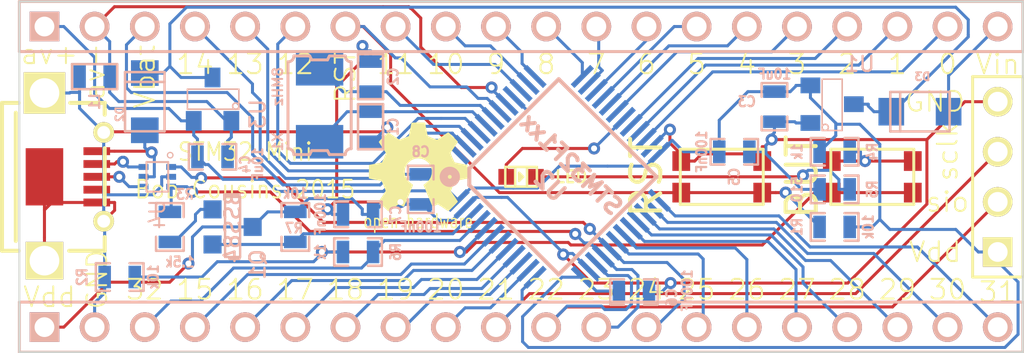
<source format=kicad_pcb>
(kicad_pcb (version 20171130) (host pcbnew "(5.1.12)-1")

  (general
    (thickness 1.6002)
    (drawings 52)
    (tracks 580)
    (zones 0)
    (modules 33)
    (nets 53)
  )

  (page A4)
  (title_block
    (title MicropendousX-1343)
    (rev 2.0)
    (company "Opendous Inc.")
    (comment 2 http://creativecommons.org/licenses/by/3.0/)
    (comment 3 "Copyright Under the Creative Commons Attribution License")
    (comment 4 www.MicropendousX.org)
  )

  (layers
    (0 Front signal)
    (31 Back signal)
    (32 B.Adhes user hide)
    (33 F.Adhes user hide)
    (34 B.Paste user hide)
    (35 F.Paste user hide)
    (36 B.SilkS user hide)
    (37 F.SilkS user hide)
    (38 B.Mask user hide)
    (39 F.Mask user hide)
    (40 Dwgs.User user hide)
    (41 Cmts.User user hide)
    (42 Eco1.User user hide)
    (43 Eco2.User user hide)
    (44 Edge.Cuts user)
  )

  (setup
    (last_trace_width 0.1524)
    (trace_clearance 0.1524)
    (zone_clearance 0.2032)
    (zone_45_only no)
    (trace_min 0.1524)
    (via_size 0.6096)
    (via_drill 0.3048)
    (via_min_size 0.6096)
    (via_min_drill 0.3048)
    (uvia_size 0.508)
    (uvia_drill 0.127)
    (uvias_allowed no)
    (uvia_min_size 0.508)
    (uvia_min_drill 0.127)
    (edge_width 0.1)
    (segment_width 0.1)
    (pcb_text_width 0.1)
    (pcb_text_size 1 1)
    (mod_edge_width 0.1)
    (mod_text_size 1 1)
    (mod_text_width 0.1)
    (pad_size 0.3 0.5)
    (pad_drill 0)
    (pad_to_mask_clearance 0.254)
    (aux_axis_origin 26 48.46)
    (visible_elements 7FFFFFBF)
    (pcbplotparams
      (layerselection 0x00030_ffffffff)
      (usegerberextensions true)
      (usegerberattributes true)
      (usegerberadvancedattributes true)
      (creategerberjobfile true)
      (excludeedgelayer false)
      (linewidth 0.150000)
      (plotframeref false)
      (viasonmask false)
      (mode 1)
      (useauxorigin true)
      (hpglpennumber 1)
      (hpglpenspeed 20)
      (hpglpendiameter 15.000000)
      (psnegative false)
      (psa4output false)
      (plotreference true)
      (plotvalue true)
      (plotinvisibletext false)
      (padsonsilk false)
      (subtractmaskfromsilk false)
      (outputformat 1)
      (mirror false)
      (drillshape 0)
      (scaleselection 1)
      (outputdirectory "gerbers/"))
  )

  (net 0 "")
  (net 1 /AV+)
  (net 2 /AV-)
  (net 3 /BOOT0)
  (net 4 /D0)
  (net 5 /D1)
  (net 6 /D10)
  (net 7 /D11)
  (net 8 /D12)
  (net 9 /D13)
  (net 10 /D14)
  (net 11 /D15)
  (net 12 /D16)
  (net 13 /D17)
  (net 14 /D18)
  (net 15 /D19)
  (net 16 /D2)
  (net 17 /D20)
  (net 18 /D21_SWCLK)
  (net 19 /D22_SWIO)
  (net 20 /D23_USBDP)
  (net 21 /D24_USBDM)
  (net 22 /D25)
  (net 23 /D26)
  (net 24 /D27)
  (net 25 /D28)
  (net 26 /D29)
  (net 27 /D3)
  (net 28 /D30)
  (net 29 /D31)
  (net 30 /D32)
  (net 31 /D33)
  (net 32 /D4)
  (net 33 /D5)
  (net 34 /D6)
  (net 35 /D7)
  (net 36 /D8)
  (net 37 /D9)
  (net 38 /DISC)
  (net 39 /VBAT)
  (net 40 /VBUS)
  (net 41 /nRESET)
  (net 42 GND)
  (net 43 N-0000010)
  (net 44 N-0000025)
  (net 45 N-0000031)
  (net 46 N-0000032)
  (net 47 N-0000033)
  (net 48 N-0000036)
  (net 49 N-0000038)
  (net 50 N-000009)
  (net 51 VDD)
  (net 52 VIN)

  (net_class Default "This is the default net class."
    (clearance 0.1524)
    (trace_width 0.1524)
    (via_dia 0.6096)
    (via_drill 0.3048)
    (uvia_dia 0.508)
    (uvia_drill 0.127)
    (add_net /AV+)
    (add_net /AV-)
    (add_net /BOOT0)
    (add_net /D0)
    (add_net /D1)
    (add_net /D10)
    (add_net /D11)
    (add_net /D12)
    (add_net /D13)
    (add_net /D14)
    (add_net /D15)
    (add_net /D16)
    (add_net /D17)
    (add_net /D18)
    (add_net /D19)
    (add_net /D2)
    (add_net /D20)
    (add_net /D21_SWCLK)
    (add_net /D22_SWIO)
    (add_net /D23_USBDP)
    (add_net /D24_USBDM)
    (add_net /D25)
    (add_net /D26)
    (add_net /D27)
    (add_net /D28)
    (add_net /D29)
    (add_net /D3)
    (add_net /D30)
    (add_net /D31)
    (add_net /D32)
    (add_net /D33)
    (add_net /D4)
    (add_net /D5)
    (add_net /D6)
    (add_net /D7)
    (add_net /D8)
    (add_net /D9)
    (add_net /DISC)
    (add_net /VBAT)
    (add_net /VBUS)
    (add_net /nRESET)
    (add_net GND)
    (add_net N-0000010)
    (add_net N-0000025)
    (add_net N-0000031)
    (add_net N-0000032)
    (add_net N-0000033)
    (add_net N-0000036)
    (add_net N-0000038)
    (add_net N-000009)
    (add_net VDD)
    (add_net VIN)
  )

  (module SM0603_Capa (layer Back) (tedit 54A57500) (tstamp 54A63463)
    (at 43.78 37.03 270)
    (path /502FD3F0)
    (attr smd)
    (fp_text reference C1 (at 0 -1.143 270) (layer B.SilkS)
      (effects (font (size 0.508 0.4572) (thickness 0.1143)) (justify mirror))
    )
    (fp_text value 20pF (at 0 0 270) (layer B.SilkS) hide
      (effects (font (size 0.508 0.4572) (thickness 0.1143)) (justify mirror))
    )
    (fp_line (start -1.143 -0.635) (end -1.143 0.635) (layer B.SilkS) (width 0.127))
    (fp_line (start 1.143 -0.635) (end -1.143 -0.635) (layer B.SilkS) (width 0.127))
    (fp_line (start 1.143 0.635) (end 1.143 -0.635) (layer B.SilkS) (width 0.127))
    (fp_line (start -1.143 0.635) (end 1.143 0.635) (layer B.SilkS) (width 0.127))
    (pad 1 smd rect (at -0.762 0 270) (size 0.635 1.143) (layers Back B.Paste B.Mask)
      (net 45 N-0000031))
    (pad 2 smd rect (at 0.762 0 270) (size 0.635 1.143) (layers Back B.Paste B.Mask)
      (net 42 GND))
    (model smd\capacitors\C0603.wrl
      (offset (xyz 0 0 0.02539999961853028))
      (scale (xyz 0.5 0.5 0.5))
      (rotate (xyz 0 0 0))
    )
  )

  (module SM0603_Capa (layer Back) (tedit 54A574FE) (tstamp 54A63420)
    (at 43.78 34.49 90)
    (path /502FD3F5)
    (attr smd)
    (fp_text reference C2 (at 0 1.143 90) (layer B.SilkS)
      (effects (font (size 0.508 0.4572) (thickness 0.1143)) (justify mirror))
    )
    (fp_text value 20pF (at 0 0 90) (layer B.SilkS) hide
      (effects (font (size 0.508 0.4572) (thickness 0.1143)) (justify mirror))
    )
    (fp_line (start -1.143 -0.635) (end -1.143 0.635) (layer B.SilkS) (width 0.127))
    (fp_line (start 1.143 -0.635) (end -1.143 -0.635) (layer B.SilkS) (width 0.127))
    (fp_line (start 1.143 0.635) (end 1.143 -0.635) (layer B.SilkS) (width 0.127))
    (fp_line (start -1.143 0.635) (end 1.143 0.635) (layer B.SilkS) (width 0.127))
    (pad 1 smd rect (at -0.762 0 90) (size 0.635 1.143) (layers Back B.Paste B.Mask)
      (net 46 N-0000032))
    (pad 2 smd rect (at 0.762 0 90) (size 0.635 1.143) (layers Back B.Paste B.Mask)
      (net 42 GND))
    (model smd\capacitors\C0603.wrl
      (offset (xyz 0 0 0.02539999961853028))
      (scale (xyz 0.5 0.5 0.5))
      (rotate (xyz 0 0 0))
    )
  )

  (module QFP48_0.5mm_7x7mm_SOT313_LPC1343 (layer Back) (tedit 54A55A6C) (tstamp 50301951)
    (at 53.305 39.57 315)
    (path /502FD36B)
    (fp_text reference U2 (at 0 0.635 315) (layer B.SilkS)
      (effects (font (size 0.8128 0.8128) (thickness 0.2032)) (justify mirror))
    )
    (fp_text value STM32F1xx (at 0 -0.898026 315) (layer B.SilkS)
      (effects (font (size 0.8128 0.8128) (thickness 0.2032)) (justify mirror))
    )
    (fp_line (start -2.90068 3.50012) (end -3.50012 2.90068) (layer B.SilkS) (width 0.2032))
    (fp_line (start -3.50012 -3.50012) (end -3.50012 2.90068) (layer B.SilkS) (width 0.2032))
    (fp_line (start 3.50012 -3.50012) (end -3.50012 -3.50012) (layer B.SilkS) (width 0.2032))
    (fp_line (start 3.50012 3.50012) (end 3.50012 -3.50012) (layer B.SilkS) (width 0.2032))
    (fp_line (start -2.90068 3.50012) (end 3.50012 3.50012) (layer B.SilkS) (width 0.2032))
    (fp_circle (center -3.8989 3.8989) (end -4.09956 4.09956) (layer B.SilkS) (width 0.2032))
    (fp_circle (center -3.8989 3.8989) (end -3.79984 3.8989) (layer B.SilkS) (width 0.2032))
    (fp_circle (center -3.8989 3.8989) (end -3.50012 4.0005) (layer B.SilkS) (width 0.2032))
    (pad 1 smd rect (at -4.445 2.75336 225) (size 0.2667 1.397) (layers Back B.Paste B.Mask)
      (net 39 /VBAT))
    (pad 13 smd rect (at -2.75336 -4.445 315) (size 0.2667 1.397) (layers Back B.Paste B.Mask)
      (net 36 /D8))
    (pad 25 smd rect (at 4.445 -2.75336 45) (size 0.2667 1.397) (layers Back B.Paste B.Mask)
      (net 29 /D31))
    (pad 37 smd rect (at 2.75336 4.445 315) (size 0.2667 1.397) (layers Back B.Paste B.Mask)
      (net 18 /D21_SWCLK))
    (pad 2 smd rect (at -4.445 2.25298 225) (size 0.2667 1.397) (layers Back B.Paste B.Mask)
      (net 10 /D14))
    (pad 14 smd rect (at -2.25298 -4.445 315) (size 0.2667 1.397) (layers Back B.Paste B.Mask)
      (net 35 /D7))
    (pad 26 smd rect (at 4.445 -2.25298 45) (size 0.2667 1.397) (layers Back B.Paste B.Mask)
      (net 28 /D30))
    (pad 38 smd rect (at 2.25298 4.445 315) (size 0.2667 1.397) (layers Back B.Paste B.Mask)
      (net 17 /D20))
    (pad 3 smd rect (at -4.445 1.7526 225) (size 0.2667 1.397) (layers Back B.Paste B.Mask)
      (net 9 /D13))
    (pad 15 smd rect (at -1.7526 -4.445 315) (size 0.2667 1.397) (layers Back B.Paste B.Mask)
      (net 34 /D6))
    (pad 27 smd rect (at 4.445 -1.7526 45) (size 0.2667 1.397) (layers Back B.Paste B.Mask)
      (net 26 /D29))
    (pad 39 smd rect (at 1.7526 4.445 315) (size 0.2667 1.397) (layers Back B.Paste B.Mask)
      (net 15 /D19))
    (pad 4 smd rect (at -4.445 1.25222 225) (size 0.2667 1.397) (layers Back B.Paste B.Mask)
      (net 8 /D12))
    (pad 16 smd rect (at -1.25222 -4.445 315) (size 0.2667 1.397) (layers Back B.Paste B.Mask)
      (net 33 /D5))
    (pad 28 smd rect (at 4.445 -1.25222 45) (size 0.2667 1.397) (layers Back B.Paste B.Mask)
      (net 25 /D28))
    (pad 40 smd rect (at 1.25222 4.445 315) (size 0.2667 1.397) (layers Back B.Paste B.Mask)
      (net 14 /D18))
    (pad 5 smd rect (at -4.445 0.75184 225) (size 0.2667 1.397) (layers Back B.Paste B.Mask)
      (net 45 N-0000031))
    (pad 17 smd rect (at -0.75184 -4.445 315) (size 0.2667 1.397) (layers Back B.Paste B.Mask)
      (net 32 /D4))
    (pad 29 smd rect (at 4.445 -0.75184 45) (size 0.2667 1.397) (layers Back B.Paste B.Mask)
      (net 24 /D27))
    (pad 41 smd rect (at 0.75184 4.445 315) (size 0.2667 1.397) (layers Back B.Paste B.Mask)
      (net 13 /D17))
    (pad 6 smd rect (at -4.445 0.25146 225) (size 0.2667 1.397) (layers Back B.Paste B.Mask)
      (net 46 N-0000032))
    (pad 18 smd rect (at -0.25146 -4.445 315) (size 0.2667 1.397) (layers Back B.Paste B.Mask)
      (net 27 /D3))
    (pad 30 smd rect (at 4.445 -0.25146 45) (size 0.2667 1.397) (layers Back B.Paste B.Mask)
      (net 23 /D26))
    (pad 42 smd rect (at 0.25146 4.445 315) (size 0.2667 1.397) (layers Back B.Paste B.Mask)
      (net 12 /D16))
    (pad 7 smd rect (at -4.445 -0.24892 225) (size 0.2667 1.397) (layers Back B.Paste B.Mask)
      (net 41 /nRESET))
    (pad 19 smd rect (at 0.24892 -4.445 315) (size 0.2667 1.397) (layers Back B.Paste B.Mask)
      (net 31 /D33))
    (pad 31 smd rect (at 4.445 0.24892 45) (size 0.2667 1.397) (layers Back B.Paste B.Mask)
      (net 22 /D25))
    (pad 43 smd rect (at -0.24892 4.445 315) (size 0.2667 1.397) (layers Back B.Paste B.Mask)
      (net 11 /D15))
    (pad 8 smd rect (at -4.445 -0.7493 225) (size 0.2667 1.397) (layers Back B.Paste B.Mask)
      (net 2 /AV-))
    (pad 20 smd rect (at 0.7493 -4.445 315) (size 0.2667 1.397) (layers Back B.Paste B.Mask)
      (net 16 /D2))
    (pad 32 smd rect (at 4.445 0.7493 45) (size 0.2667 1.397) (layers Back B.Paste B.Mask)
      (net 21 /D24_USBDM))
    (pad 44 smd rect (at -0.7493 4.445 315) (size 0.2667 1.397) (layers Back B.Paste B.Mask)
      (net 3 /BOOT0))
    (pad 9 smd rect (at -4.445 -1.24968 225) (size 0.2667 1.397) (layers Back B.Paste B.Mask)
      (net 1 /AV+))
    (pad 21 smd rect (at 1.24968 -4.445 315) (size 0.2667 1.397) (layers Back B.Paste B.Mask)
      (net 5 /D1))
    (pad 33 smd rect (at 4.445 1.24968 45) (size 0.2667 1.397) (layers Back B.Paste B.Mask)
      (net 20 /D23_USBDP))
    (pad 45 smd rect (at -1.24968 4.445 315) (size 0.2667 1.397) (layers Back B.Paste B.Mask)
      (net 30 /D32))
    (pad 10 smd rect (at -4.445 -1.75006 225) (size 0.2667 1.397) (layers Back B.Paste B.Mask)
      (net 7 /D11))
    (pad 22 smd rect (at 1.75006 -4.445 315) (size 0.2667 1.397) (layers Back B.Paste B.Mask)
      (net 4 /D0))
    (pad 34 smd rect (at 4.445 1.75006 45) (size 0.2667 1.397) (layers Back B.Paste B.Mask)
      (net 19 /D22_SWIO))
    (pad 46 smd rect (at -1.75006 4.445 315) (size 0.2667 1.397) (layers Back B.Paste B.Mask)
      (net 38 /DISC))
    (pad 11 smd rect (at -4.445 -2.25044 225) (size 0.2667 1.397) (layers Back B.Paste B.Mask)
      (net 6 /D10))
    (pad 23 smd rect (at 2.25044 -4.445 315) (size 0.2667 1.397) (layers Back B.Paste B.Mask)
      (net 42 GND))
    (pad 35 smd rect (at 4.445 2.25044 45) (size 0.2667 1.397) (layers Back B.Paste B.Mask)
      (net 42 GND))
    (pad 47 smd rect (at -2.25044 4.445 315) (size 0.2667 1.397) (layers Back B.Paste B.Mask)
      (net 42 GND))
    (pad 12 smd rect (at -4.445 -2.75082 225) (size 0.2667 1.397) (layers Back B.Paste B.Mask)
      (net 37 /D9))
    (pad 24 smd rect (at 2.75082 -4.445 315) (size 0.2667 1.397) (layers Back B.Paste B.Mask)
      (net 51 VDD))
    (pad 36 smd rect (at 4.445 2.75082 45) (size 0.2667 1.397) (layers Back B.Paste B.Mask)
      (net 51 VDD))
    (pad 48 smd rect (at -2.75082 4.445 315) (size 0.2667 1.397) (layers Back B.Paste B.Mask)
      (net 51 VDD))
    (model walter/smd_lqfp/lqfp-48.wrl
      (at (xyz 0 0 0))
      (scale (xyz 1 1 1))
      (rotate (xyz 0 0 90))
    )
  )

  (module SOT23GDS (layer Back) (tedit 54A6FF89) (tstamp 54A633C9)
    (at 36.795 42.11 270)
    (descr "Module CMS SOT23 Transistore EBC")
    (tags "CMS SOT")
    (path /54A549D7)
    (attr smd)
    (fp_text reference Q1 (at 1.905 -1.27 270) (layer B.SilkS)
      (effects (font (size 0.762 0.762) (thickness 0.12954)) (justify mirror))
    )
    (fp_text value BSS84 (at 0 0 270) (layer B.SilkS)
      (effects (font (size 0.762 0.762) (thickness 0.12954)) (justify mirror))
    )
    (fp_line (start -1.524 -0.381) (end -1.524 0.381) (layer B.SilkS) (width 0.11938))
    (fp_line (start 1.524 -0.381) (end -1.524 -0.381) (layer B.SilkS) (width 0.11938))
    (fp_line (start 1.524 0.381) (end 1.524 -0.381) (layer B.SilkS) (width 0.11938))
    (fp_line (start -1.524 0.381) (end 1.524 0.381) (layer B.SilkS) (width 0.11938))
    (pad S smd rect (at -0.889 1.016 270) (size 0.9144 0.9144) (layers Back B.Paste B.Mask)
      (net 44 N-0000025))
    (pad G smd rect (at 0.889 1.016 270) (size 0.9144 0.9144) (layers Back B.Paste B.Mask)
      (net 38 /DISC))
    (pad D smd rect (at 0 -1.016 270) (size 0.9144 0.9144) (layers Back B.Paste B.Mask)
      (net 51 VDD))
    (model smd/cms_sot23.wrl
      (at (xyz 0 0 0))
      (scale (xyz 0.13 0.15 0.15))
      (rotate (xyz 0 0 0))
    )
  )

  (module SM0603_Resistor (layer Back) (tedit 54A5D15B) (tstamp 54A55059)
    (at 43.145 43.38 180)
    (path /54A54052)
    (attr smd)
    (fp_text reference R6 (at -1.905 0 90) (layer B.SilkS)
      (effects (font (size 0.50038 0.4572) (thickness 0.1143)) (justify mirror))
    )
    (fp_text value 1k (at 1.905 0 90) (layer B.SilkS)
      (effects (font (size 0.508 0.4572) (thickness 0.1143)) (justify mirror))
    )
    (fp_line (start 1.2065 -0.6985) (end 0.50038 -0.6985) (layer B.SilkS) (width 0.127))
    (fp_line (start 1.2065 0.6985) (end 1.2065 -0.6985) (layer B.SilkS) (width 0.127))
    (fp_line (start 1.2065 0.6985) (end 0.50038 0.6985) (layer B.SilkS) (width 0.127))
    (fp_line (start -1.2065 -0.6985) (end -0.50038 -0.6985) (layer B.SilkS) (width 0.127))
    (fp_line (start -1.2065 0.6985) (end -1.2065 -0.6985) (layer B.SilkS) (width 0.127))
    (fp_line (start -0.50038 0.6985) (end -1.2065 0.6985) (layer B.SilkS) (width 0.127))
    (pad 1 smd rect (at -0.762 0 180) (size 0.635 1.143) (layers Back B.Paste B.Mask)
      (net 30 /D32))
    (pad 2 smd rect (at 0.762 0 180) (size 0.635 1.143) (layers Back B.Paste B.Mask)
      (net 3 /BOOT0))
    (model smd\resistors\R0603.wrl
      (offset (xyz 0 0 0.02539999961853028))
      (scale (xyz 0.5 0.5 0.5))
      (rotate (xyz 0 0 0))
    )
  )

  (module SM0603_Capa (layer Back) (tedit 54A6FF34) (tstamp 50301633)
    (at 64.227 36.014 270)
    (path /502FD443)
    (attr smd)
    (fp_text reference C3 (at -0.254 1.397 180) (layer B.SilkS)
      (effects (font (size 0.508 0.4572) (thickness 0.1143)) (justify mirror))
    )
    (fp_text value 10uF (at -1.651 0 180) (layer B.SilkS)
      (effects (font (size 0.508 0.4572) (thickness 0.1143)) (justify mirror))
    )
    (fp_line (start -1.19888 -0.635) (end -1.19888 0.635) (layer B.SilkS) (width 0.11938))
    (fp_line (start 1.19888 0.635) (end 1.19888 -0.635) (layer B.SilkS) (width 0.11938))
    (fp_line (start -1.19888 0.65024) (end -0.50038 0.65024) (layer B.SilkS) (width 0.11938))
    (fp_line (start 0.50038 0.65024) (end 1.19888 0.65024) (layer B.SilkS) (width 0.11938))
    (fp_line (start -0.50038 -0.65024) (end -1.19888 -0.65024) (layer B.SilkS) (width 0.11938))
    (fp_line (start 0.50038 -0.65024) (end 1.19888 -0.65024) (layer B.SilkS) (width 0.11938))
    (pad 1 smd rect (at -0.762 0 270) (size 0.635 1.143) (layers Back B.Paste B.Mask)
      (net 51 VDD))
    (pad 2 smd rect (at 0.762 0 270) (size 0.635 1.143) (layers Back B.Paste B.Mask)
      (net 42 GND))
    (model smd\capacitors\C0603.wrl
      (offset (xyz 0 0 0.02539999961853028))
      (scale (xyz 0.5 0.5 0.5))
      (rotate (xyz 0 0 0))
    )
  )

  (module SM0603_Capa (layer Back) (tedit 54A6FF32) (tstamp 50301637)
    (at 62.195 38.3)
    (path /50300B0B)
    (attr smd)
    (fp_text reference C5 (at 0 1.27 270) (layer B.SilkS)
      (effects (font (size 0.508 0.4572) (thickness 0.1143)) (justify mirror))
    )
    (fp_text value 100nF (at -1.651 0 270) (layer B.SilkS)
      (effects (font (size 0.508 0.4572) (thickness 0.1143)) (justify mirror))
    )
    (fp_line (start -1.19888 -0.635) (end -1.19888 0.635) (layer B.SilkS) (width 0.11938))
    (fp_line (start 1.19888 0.635) (end 1.19888 -0.635) (layer B.SilkS) (width 0.11938))
    (fp_line (start -1.19888 0.65024) (end -0.50038 0.65024) (layer B.SilkS) (width 0.11938))
    (fp_line (start 0.50038 0.65024) (end 1.19888 0.65024) (layer B.SilkS) (width 0.11938))
    (fp_line (start -0.50038 -0.65024) (end -1.19888 -0.65024) (layer B.SilkS) (width 0.11938))
    (fp_line (start 0.50038 -0.65024) (end 1.19888 -0.65024) (layer B.SilkS) (width 0.11938))
    (pad 1 smd rect (at -0.762 0) (size 0.635 1.143) (layers Back B.Paste B.Mask)
      (net 51 VDD))
    (pad 2 smd rect (at 0.762 0) (size 0.635 1.143) (layers Back B.Paste B.Mask)
      (net 42 GND))
    (model smd\capacitors\C0603.wrl
      (offset (xyz 0 0 0.02539999961853028))
      (scale (xyz 0.5 0.5 0.5))
      (rotate (xyz 0 0 0))
    )
  )

  (module SM0603_Capa (layer Back) (tedit 54AC54C3) (tstamp 50301639)
    (at 57.115 45.412)
    (path /50300FEB)
    (attr smd)
    (fp_text reference C6 (at 1.905 0.2794 270) (layer B.SilkS)
      (effects (font (size 0.508 0.4572) (thickness 0.1143)) (justify mirror))
    )
    (fp_text value 100nF (at 2.6924 -0.0762 270) (layer B.SilkS)
      (effects (font (size 0.508 0.4572) (thickness 0.1143)) (justify mirror))
    )
    (fp_line (start -1.19888 -0.635) (end -1.19888 0.635) (layer B.SilkS) (width 0.11938))
    (fp_line (start 1.19888 0.635) (end 1.19888 -0.635) (layer B.SilkS) (width 0.11938))
    (fp_line (start -1.19888 0.65024) (end -0.50038 0.65024) (layer B.SilkS) (width 0.11938))
    (fp_line (start 0.50038 0.65024) (end 1.19888 0.65024) (layer B.SilkS) (width 0.11938))
    (fp_line (start -0.50038 -0.65024) (end -1.19888 -0.65024) (layer B.SilkS) (width 0.11938))
    (fp_line (start 0.50038 -0.65024) (end 1.19888 -0.65024) (layer B.SilkS) (width 0.11938))
    (pad 1 smd rect (at -0.762 0) (size 0.635 1.143) (layers Back B.Paste B.Mask)
      (net 51 VDD))
    (pad 2 smd rect (at 0.762 0) (size 0.635 1.143) (layers Back B.Paste B.Mask)
      (net 42 GND))
    (model smd\capacitors\C0603.wrl
      (offset (xyz 0 0 0.02539999961853028))
      (scale (xyz 0.5 0.5 0.5))
      (rotate (xyz 0 0 0))
    )
  )

  (module SM0603_Capa (layer Back) (tedit 54A5D15E) (tstamp 54A635A8)
    (at 43.145 41.475 180)
    (path /50300FED)
    (attr smd)
    (fp_text reference C7 (at -1.905 0 90) (layer B.SilkS)
      (effects (font (size 0.508 0.4572) (thickness 0.1143)) (justify mirror))
    )
    (fp_text value 100nF (at 1.905 0 90) (layer B.SilkS)
      (effects (font (size 0.508 0.4572) (thickness 0.1143)) (justify mirror))
    )
    (fp_line (start -1.19888 -0.635) (end -1.19888 0.635) (layer B.SilkS) (width 0.11938))
    (fp_line (start 1.19888 0.635) (end 1.19888 -0.635) (layer B.SilkS) (width 0.11938))
    (fp_line (start -1.19888 0.65024) (end -0.50038 0.65024) (layer B.SilkS) (width 0.11938))
    (fp_line (start 0.50038 0.65024) (end 1.19888 0.65024) (layer B.SilkS) (width 0.11938))
    (fp_line (start -0.50038 -0.65024) (end -1.19888 -0.65024) (layer B.SilkS) (width 0.11938))
    (fp_line (start 0.50038 -0.65024) (end 1.19888 -0.65024) (layer B.SilkS) (width 0.11938))
    (pad 1 smd rect (at -0.762 0 180) (size 0.635 1.143) (layers Back B.Paste B.Mask)
      (net 51 VDD))
    (pad 2 smd rect (at 0.762 0 180) (size 0.635 1.143) (layers Back B.Paste B.Mask)
      (net 42 GND))
    (model smd\capacitors\C0603.wrl
      (offset (xyz 0 0 0.02539999961853028))
      (scale (xyz 0.5 0.5 0.5))
      (rotate (xyz 0 0 0))
    )
  )

  (module SM0603_Capa (layer Back) (tedit 54A5D171) (tstamp 54A63624)
    (at 46.32 40.205 270)
    (path /50301045)
    (attr smd)
    (fp_text reference C8 (at -1.905 0 180) (layer B.SilkS)
      (effects (font (size 0.508 0.4572) (thickness 0.1143)) (justify mirror))
    )
    (fp_text value 100nF (at 1.905 0 180) (layer B.SilkS)
      (effects (font (size 0.508 0.4572) (thickness 0.1143)) (justify mirror))
    )
    (fp_line (start -1.19888 -0.635) (end -1.19888 0.635) (layer B.SilkS) (width 0.11938))
    (fp_line (start 1.19888 0.635) (end 1.19888 -0.635) (layer B.SilkS) (width 0.11938))
    (fp_line (start -1.19888 0.65024) (end -0.50038 0.65024) (layer B.SilkS) (width 0.11938))
    (fp_line (start 0.50038 0.65024) (end 1.19888 0.65024) (layer B.SilkS) (width 0.11938))
    (fp_line (start -0.50038 -0.65024) (end -1.19888 -0.65024) (layer B.SilkS) (width 0.11938))
    (fp_line (start 0.50038 -0.65024) (end 1.19888 -0.65024) (layer B.SilkS) (width 0.11938))
    (pad 1 smd rect (at -0.762 0 270) (size 0.635 1.143) (layers Back B.Paste B.Mask)
      (net 1 /AV+))
    (pad 2 smd rect (at 0.762 0 270) (size 0.635 1.143) (layers Back B.Paste B.Mask)
      (net 42 GND))
    (model smd\capacitors\C0603.wrl
      (offset (xyz 0 0 0.02539999961853028))
      (scale (xyz 0.5 0.5 0.5))
      (rotate (xyz 0 0 0))
    )
  )

  (module SM0603_Resistor (layer Back) (tedit 54A5D148) (tstamp 50301641)
    (at 67.275 38.3)
    (path /54A54033)
    (attr smd)
    (fp_text reference R4 (at 1.905 0 270) (layer B.SilkS)
      (effects (font (size 0.50038 0.4572) (thickness 0.1143)) (justify mirror))
    )
    (fp_text value 1k (at -1.905 0 270) (layer B.SilkS)
      (effects (font (size 0.508 0.4572) (thickness 0.1143)) (justify mirror))
    )
    (fp_line (start 1.2065 -0.6985) (end 0.50038 -0.6985) (layer B.SilkS) (width 0.127))
    (fp_line (start 1.2065 0.6985) (end 1.2065 -0.6985) (layer B.SilkS) (width 0.127))
    (fp_line (start 1.2065 0.6985) (end 0.50038 0.6985) (layer B.SilkS) (width 0.127))
    (fp_line (start -1.2065 -0.6985) (end -0.50038 -0.6985) (layer B.SilkS) (width 0.127))
    (fp_line (start -1.2065 0.6985) (end -1.2065 -0.6985) (layer B.SilkS) (width 0.127))
    (fp_line (start -0.50038 0.6985) (end -1.2065 0.6985) (layer B.SilkS) (width 0.127))
    (pad 1 smd rect (at -0.762 0) (size 0.635 1.143) (layers Back B.Paste B.Mask)
      (net 51 VDD))
    (pad 2 smd rect (at 0.762 0) (size 0.635 1.143) (layers Back B.Paste B.Mask)
      (net 50 N-000009))
    (model smd\resistors\R0603.wrl
      (offset (xyz 0 0 0.02539999961853028))
      (scale (xyz 0.5 0.5 0.5))
      (rotate (xyz 0 0 0))
    )
  )

  (module SM0603_Resistor (layer Back) (tedit 54AC3FA7) (tstamp 50301643)
    (at 33.62 42.11 90)
    (path /54A5573B)
    (attr smd)
    (fp_text reference R3 (at 1.651 0.762) (layer B.SilkS)
      (effects (font (size 0.50038 0.4572) (thickness 0.1143)) (justify mirror))
    )
    (fp_text value 1.5k (at -1.778 0.508) (layer B.SilkS)
      (effects (font (size 0.508 0.4572) (thickness 0.1143)) (justify mirror))
    )
    (fp_line (start 1.2065 -0.6985) (end 0.50038 -0.6985) (layer B.SilkS) (width 0.127))
    (fp_line (start 1.2065 0.6985) (end 1.2065 -0.6985) (layer B.SilkS) (width 0.127))
    (fp_line (start 1.2065 0.6985) (end 0.50038 0.6985) (layer B.SilkS) (width 0.127))
    (fp_line (start -1.2065 -0.6985) (end -0.50038 -0.6985) (layer B.SilkS) (width 0.127))
    (fp_line (start -1.2065 0.6985) (end -1.2065 -0.6985) (layer B.SilkS) (width 0.127))
    (fp_line (start -0.50038 0.6985) (end -1.2065 0.6985) (layer B.SilkS) (width 0.127))
    (pad 1 smd rect (at -0.762 0 90) (size 0.635 1.143) (layers Back B.Paste B.Mask)
      (net 44 N-0000025))
    (pad 2 smd rect (at 0.762 0 90) (size 0.635 1.143) (layers Back B.Paste B.Mask)
      (net 20 /D23_USBDP))
    (model smd\resistors\R0603.wrl
      (offset (xyz 0 0 0.02539999961853028))
      (scale (xyz 0.5 0.5 0.5))
      (rotate (xyz 0 0 0))
    )
  )

  (module SM0603_Resistor (layer Back) (tedit 54A5D18D) (tstamp 50301645)
    (at 31.08 44.65 180)
    (path /50300549)
    (attr smd)
    (fp_text reference R2 (at 1.905 0 90) (layer B.SilkS)
      (effects (font (size 0.50038 0.4572) (thickness 0.1143)) (justify mirror))
    )
    (fp_text value 10k (at -1.69926 0 90) (layer B.SilkS)
      (effects (font (size 0.508 0.4572) (thickness 0.1143)) (justify mirror))
    )
    (fp_line (start 1.2065 -0.6985) (end 0.50038 -0.6985) (layer B.SilkS) (width 0.127))
    (fp_line (start 1.2065 0.6985) (end 1.2065 -0.6985) (layer B.SilkS) (width 0.127))
    (fp_line (start 1.2065 0.6985) (end 0.50038 0.6985) (layer B.SilkS) (width 0.127))
    (fp_line (start -1.2065 -0.6985) (end -0.50038 -0.6985) (layer B.SilkS) (width 0.127))
    (fp_line (start -1.2065 0.6985) (end -1.2065 -0.6985) (layer B.SilkS) (width 0.127))
    (fp_line (start -0.50038 0.6985) (end -1.2065 0.6985) (layer B.SilkS) (width 0.127))
    (pad 1 smd rect (at -0.762 0 180) (size 0.635 1.143) (layers Back B.Paste B.Mask)
      (net 3 /BOOT0))
    (pad 2 smd rect (at 0.762 0 180) (size 0.635 1.143) (layers Back B.Paste B.Mask)
      (net 42 GND))
    (model smd\resistors\R0603.wrl
      (offset (xyz 0 0 0.02539999961853028))
      (scale (xyz 0.5 0.5 0.5))
      (rotate (xyz 0 0 0))
    )
  )

  (module SM0603_Resistor (layer Back) (tedit 54A5D13E) (tstamp 50301647)
    (at 67.275 42.11 180)
    (path /502FD8CC)
    (attr smd)
    (fp_text reference R1 (at 1.905 0 90) (layer B.SilkS)
      (effects (font (size 0.50038 0.4572) (thickness 0.1143)) (justify mirror))
    )
    (fp_text value 10k (at -1.69926 0 90) (layer B.SilkS)
      (effects (font (size 0.508 0.4572) (thickness 0.1143)) (justify mirror))
    )
    (fp_line (start 1.2065 -0.6985) (end 0.50038 -0.6985) (layer B.SilkS) (width 0.127))
    (fp_line (start 1.2065 0.6985) (end 1.2065 -0.6985) (layer B.SilkS) (width 0.127))
    (fp_line (start 1.2065 0.6985) (end 0.50038 0.6985) (layer B.SilkS) (width 0.127))
    (fp_line (start -1.2065 -0.6985) (end -0.50038 -0.6985) (layer B.SilkS) (width 0.127))
    (fp_line (start -1.2065 0.6985) (end -1.2065 -0.6985) (layer B.SilkS) (width 0.127))
    (fp_line (start -0.50038 0.6985) (end -1.2065 0.6985) (layer B.SilkS) (width 0.127))
    (pad 1 smd rect (at -0.762 0 180) (size 0.635 1.143) (layers Back B.Paste B.Mask)
      (net 51 VDD))
    (pad 2 smd rect (at 0.762 0 180) (size 0.635 1.143) (layers Back B.Paste B.Mask)
      (net 41 /nRESET))
    (model smd\resistors\R0603.wrl
      (offset (xyz 0 0 0.02539999961853028))
      (scale (xyz 0.5 0.5 0.5))
      (rotate (xyz 0 0 0))
    )
  )

  (module SM0603_Resistor (layer Back) (tedit 54A5D145) (tstamp 5030B558)
    (at 67.275 40.205 180)
    (path /503027FC)
    (attr smd)
    (fp_text reference R5 (at -1.905 0 90) (layer B.SilkS)
      (effects (font (size 0.50038 0.4572) (thickness 0.1143)) (justify mirror))
    )
    (fp_text value 510 (at 1.905 0 90) (layer B.SilkS)
      (effects (font (size 0.508 0.4572) (thickness 0.1143)) (justify mirror))
    )
    (fp_line (start 1.2065 -0.6985) (end 0.50038 -0.6985) (layer B.SilkS) (width 0.127))
    (fp_line (start 1.2065 0.6985) (end 1.2065 -0.6985) (layer B.SilkS) (width 0.127))
    (fp_line (start 1.2065 0.6985) (end 0.50038 0.6985) (layer B.SilkS) (width 0.127))
    (fp_line (start -1.2065 -0.6985) (end -0.50038 -0.6985) (layer B.SilkS) (width 0.127))
    (fp_line (start -1.2065 0.6985) (end -1.2065 -0.6985) (layer B.SilkS) (width 0.127))
    (fp_line (start -0.50038 0.6985) (end -1.2065 0.6985) (layer B.SilkS) (width 0.127))
    (pad 1 smd rect (at -0.762 0 180) (size 0.635 1.143) (layers Back B.Paste B.Mask)
      (net 43 N-0000010))
    (pad 2 smd rect (at 0.762 0 180) (size 0.635 1.143) (layers Back B.Paste B.Mask)
      (net 42 GND))
    (model smd\resistors\R0603.wrl
      (offset (xyz 0 0 0.02539999961853028))
      (scale (xyz 0.5 0.5 0.5))
      (rotate (xyz 0 0 0))
    )
  )

  (module SW_C&K_KMR4 (layer Front) (tedit 54A69A86) (tstamp 5030162F)
    (at 69.18 39.57 180)
    (tags Switch)
    (path /5030132C)
    (fp_text reference SW2 (at 0 -3.50012 180) (layer F.SilkS) hide
      (effects (font (size 1.524 1.524) (thickness 0.2032)))
    )
    (fp_text value BUT (at 3.556 0 270) (layer F.SilkS)
      (effects (font (size 1.524 1.524) (thickness 0.2032)))
    )
    (fp_line (start -2.1 -1.4) (end 2.1 -1.4) (layer F.SilkS) (width 0.15))
    (fp_line (start 2.1 1.4) (end 2.1 -1.4) (layer F.SilkS) (width 0.15))
    (fp_line (start -2.1 1.4) (end 2.1 1.4) (layer F.SilkS) (width 0.15))
    (fp_line (start -2.1 -1.4) (end -2.1 1.4) (layer F.SilkS) (width 0.15))
    (pad 1 smd rect (at 2.05 -0.8 180) (size 0.9 1) (layers Front F.Paste F.Mask)
      (net 3 /BOOT0))
    (pad 2 smd rect (at 2.05 0.8 180) (size 0.9 1) (layers Front F.Paste F.Mask)
      (net 50 N-000009))
    (pad 1 smd rect (at -2.05 -0.8 180) (size 0.9 1) (layers Front F.Paste F.Mask)
      (net 3 /BOOT0))
    (pad 2 smd rect (at -2.05 0.8 180) (size 0.9 1) (layers Front F.Paste F.Mask)
      (net 50 N-000009))
    (model walter/switch/smd_push2.wrl
      (at (xyz 0 0 0))
      (scale (xyz 0.7 0.5 1))
      (rotate (xyz 0 0 0))
    )
  )

  (module SW_C&K_KMR4 (layer Front) (tedit 54A69A82) (tstamp 50301631)
    (at 61.56 39.57)
    (tags Switch)
    (path /502FD8B7)
    (fp_text reference SW1 (at 0 -3.50012) (layer F.SilkS) hide
      (effects (font (size 1.524 1.524) (thickness 0.2032)))
    )
    (fp_text value RST (at -3.81 0 90) (layer F.SilkS)
      (effects (font (size 1.524 1.524) (thickness 0.2032)))
    )
    (fp_line (start -2.1 -1.4) (end 2.1 -1.4) (layer F.SilkS) (width 0.15))
    (fp_line (start 2.1 1.4) (end 2.1 -1.4) (layer F.SilkS) (width 0.15))
    (fp_line (start -2.1 1.4) (end 2.1 1.4) (layer F.SilkS) (width 0.15))
    (fp_line (start -2.1 -1.4) (end -2.1 1.4) (layer F.SilkS) (width 0.15))
    (pad 1 smd rect (at 2.05 -0.8) (size 0.9 1) (layers Front F.Paste F.Mask)
      (net 42 GND))
    (pad 2 smd rect (at 2.05 0.8) (size 0.9 1) (layers Front F.Paste F.Mask)
      (net 41 /nRESET))
    (pad 1 smd rect (at -2.05 -0.8) (size 0.9 1) (layers Front F.Paste F.Mask)
      (net 42 GND))
    (pad 2 smd rect (at -2.05 0.8) (size 0.9 1) (layers Front F.Paste F.Mask)
      (net 41 /nRESET))
    (model walter/switch/smd_push2.wrl
      (at (xyz 0 0 0))
      (scale (xyz 0.7 0.5 1))
      (rotate (xyz 0 0 0))
    )
  )

  (module pin_header_2.54mm_1x4 (layer Front) (tedit 54A6F801) (tstamp 50301668)
    (at 75.53 39.57 90)
    (path /54A55E5E)
    (fp_text reference P4 (at 0 2.54 90) (layer F.SilkS)
      (effects (font (size 1 1) (thickness 0.15)))
    )
    (fp_text value SWD (at 3.175 3.175 90) (layer F.SilkS)
      (effects (font (size 1 1) (thickness 0.15)))
    )
    (fp_line (start 5.08 1.27) (end 5.08 -1.27) (layer F.SilkS) (width 0.15))
    (fp_line (start -5.08 1.27) (end 5.08 1.27) (layer F.SilkS) (width 0.15))
    (fp_line (start -5.08 -1.27) (end -5.08 1.27) (layer F.SilkS) (width 0.15))
    (fp_line (start 5.08 -1.27) (end -5.08 -1.27) (layer F.SilkS) (width 0.15))
    (pad 1 thru_hole rect (at -3.81 0 90) (size 1.5 1.5) (drill 1) (layers *.Cu *.Mask F.SilkS)
      (net 51 VDD))
    (pad 2 thru_hole circle (at -1.27 0 90) (size 1.5 1.5) (drill 1) (layers *.Cu *.Mask F.SilkS)
      (net 19 /D22_SWIO))
    (pad 3 thru_hole circle (at 1.27 0 90) (size 1.5 1.5) (drill 1) (layers *.Cu *.Mask F.SilkS)
      (net 18 /D21_SWCLK))
    (pad 4 thru_hole circle (at 3.81 0 90) (size 1.5 1.5) (drill 1) (layers *.Cu *.Mask F.SilkS)
      (net 42 GND))
    (model ../KiCAD_Libraries/packages3d/rmc/connectors/pin_header_2.54mm_1x4.wrl
      (at (xyz 0 0 0))
      (scale (xyz 1 1 1))
      (rotate (xyz 0 0 0))
    )
  )

  (module pin_header_2.54mm_1x20 (layer Back) (tedit 54A558CE) (tstamp 5030166A)
    (at 51.4 47.19)
    (path /54A538E4)
    (fp_text reference P3 (at -5.715 2.54) (layer B.SilkS)
      (effects (font (size 1 1) (thickness 0.15)) (justify mirror))
    )
    (fp_text value CONN_20 (at 0 2.54) (layer B.SilkS)
      (effects (font (size 1 1) (thickness 0.15)) (justify mirror))
    )
    (fp_line (start 25.4 -1.27) (end 25.4 1.27) (layer B.SilkS) (width 0.15))
    (fp_line (start -25.4 -1.27) (end 25.4 -1.27) (layer B.SilkS) (width 0.15))
    (fp_line (start -25.4 1.27) (end -25.4 -1.27) (layer B.SilkS) (width 0.15))
    (fp_line (start 25.4 1.27) (end -25.4 1.27) (layer B.SilkS) (width 0.15))
    (pad 1 thru_hole rect (at -24.13 0) (size 1.5 1.5) (drill 1) (layers *.Cu *.Mask B.SilkS)
      (net 51 VDD))
    (pad 2 thru_hole circle (at -21.59 0) (size 1.5 1.5) (drill 1) (layers *.Cu *.Mask B.SilkS)
      (net 42 GND))
    (pad 3 thru_hole circle (at -19.05 0) (size 1.5 1.5) (drill 1) (layers *.Cu *.Mask B.SilkS)
      (net 30 /D32))
    (pad 4 thru_hole circle (at -16.51 0) (size 1.5 1.5) (drill 1) (layers *.Cu *.Mask B.SilkS)
      (net 11 /D15))
    (pad 5 thru_hole circle (at -13.97 0) (size 1.5 1.5) (drill 1) (layers *.Cu *.Mask B.SilkS)
      (net 12 /D16))
    (pad 6 thru_hole circle (at -11.43 0) (size 1.5 1.5) (drill 1) (layers *.Cu *.Mask B.SilkS)
      (net 13 /D17))
    (pad 7 thru_hole circle (at -8.889999 0) (size 1.5 1.5) (drill 1) (layers *.Cu *.Mask B.SilkS)
      (net 14 /D18))
    (pad 8 thru_hole circle (at -6.35 0) (size 1.5 1.5) (drill 1) (layers *.Cu *.Mask B.SilkS)
      (net 15 /D19))
    (pad 9 thru_hole circle (at -3.81 0) (size 1.5 1.5) (drill 1) (layers *.Cu *.Mask B.SilkS)
      (net 17 /D20))
    (pad 10 thru_hole circle (at -1.27 0) (size 1.5 1.5) (drill 1) (layers *.Cu *.Mask B.SilkS)
      (net 18 /D21_SWCLK))
    (pad 11 thru_hole circle (at 1.27 0) (size 1.5 1.5) (drill 1) (layers *.Cu *.Mask B.SilkS)
      (net 19 /D22_SWIO))
    (pad 12 thru_hole circle (at 3.81 0) (size 1.5 1.5) (drill 1) (layers *.Cu *.Mask B.SilkS)
      (net 20 /D23_USBDP))
    (pad 13 thru_hole circle (at 6.35 0) (size 1.5 1.5) (drill 1) (layers *.Cu *.Mask B.SilkS)
      (net 21 /D24_USBDM))
    (pad 14 thru_hole circle (at 8.889999 0) (size 1.5 1.5) (drill 1) (layers *.Cu *.Mask B.SilkS)
      (net 22 /D25))
    (pad 15 thru_hole circle (at 11.43 0) (size 1.5 1.5) (drill 1) (layers *.Cu *.Mask B.SilkS)
      (net 23 /D26))
    (pad 16 thru_hole circle (at 13.97 0) (size 1.5 1.5) (drill 1) (layers *.Cu *.Mask B.SilkS)
      (net 24 /D27))
    (pad 17 thru_hole circle (at 16.51 0) (size 1.5 1.5) (drill 1) (layers *.Cu *.Mask B.SilkS)
      (net 25 /D28))
    (pad 18 thru_hole circle (at 19.05 0) (size 1.5 1.5) (drill 1) (layers *.Cu *.Mask B.SilkS)
      (net 26 /D29))
    (pad 19 thru_hole circle (at 21.59 0) (size 1.5 1.5) (drill 1) (layers *.Cu *.Mask B.SilkS)
      (net 28 /D30))
    (pad 20 thru_hole circle (at 24.13 0) (size 1.5 1.5) (drill 1) (layers *.Cu *.Mask B.SilkS)
      (net 29 /D31))
    (model ../KiCAD_Libraries/packages3d/rmc/connectors/pin_header_2.54mm_1x20.wrl
      (at (xyz 0 0 0))
      (scale (xyz 1 1 1))
      (rotate (xyz 0 0 0))
    )
  )

  (module pin_header_2.54mm_1x20 (layer Back) (tedit 54A6FFB4) (tstamp 5030166C)
    (at 51.4 31.95)
    (path /54A53905)
    (fp_text reference P2 (at -5.715 -2.54) (layer B.SilkS)
      (effects (font (size 1 1) (thickness 0.15)) (justify mirror))
    )
    (fp_text value CONN_20 (at 0.635 -2.54) (layer B.SilkS)
      (effects (font (size 1 1) (thickness 0.15)) (justify mirror))
    )
    (fp_line (start 25.4 -1.27) (end 25.4 1.27) (layer B.SilkS) (width 0.15))
    (fp_line (start -25.4 -1.27) (end 25.4 -1.27) (layer B.SilkS) (width 0.15))
    (fp_line (start -25.4 1.27) (end -25.4 -1.27) (layer B.SilkS) (width 0.15))
    (fp_line (start 25.4 1.27) (end -25.4 1.27) (layer B.SilkS) (width 0.15))
    (pad 1 thru_hole rect (at -24.13 0) (size 1.5 1.5) (drill 1) (layers *.Cu *.Mask B.SilkS)
      (net 1 /AV+))
    (pad 2 thru_hole circle (at -21.59 0) (size 1.5 1.5) (drill 1) (layers *.Cu *.Mask B.SilkS)
      (net 2 /AV-))
    (pad 3 thru_hole circle (at -19.05 0) (size 1.5 1.5) (drill 1) (layers *.Cu *.Mask B.SilkS)
      (net 39 /VBAT))
    (pad 4 thru_hole circle (at -16.51 0) (size 1.5 1.5) (drill 1) (layers *.Cu *.Mask B.SilkS)
      (net 10 /D14))
    (pad 5 thru_hole circle (at -13.97 0) (size 1.5 1.5) (drill 1) (layers *.Cu *.Mask B.SilkS)
      (net 9 /D13))
    (pad 6 thru_hole circle (at -11.43 0) (size 1.5 1.5) (drill 1) (layers *.Cu *.Mask B.SilkS)
      (net 8 /D12))
    (pad 7 thru_hole circle (at -8.889999 0) (size 1.5 1.5) (drill 1) (layers *.Cu *.Mask B.SilkS)
      (net 41 /nRESET))
    (pad 8 thru_hole circle (at -6.35 0) (size 1.5 1.5) (drill 1) (layers *.Cu *.Mask B.SilkS)
      (net 7 /D11))
    (pad 9 thru_hole circle (at -3.81 0) (size 1.5 1.5) (drill 1) (layers *.Cu *.Mask B.SilkS)
      (net 6 /D10))
    (pad 10 thru_hole circle (at -1.27 0) (size 1.5 1.5) (drill 1) (layers *.Cu *.Mask B.SilkS)
      (net 37 /D9))
    (pad 11 thru_hole circle (at 1.27 0) (size 1.5 1.5) (drill 1) (layers *.Cu *.Mask B.SilkS)
      (net 36 /D8))
    (pad 12 thru_hole circle (at 3.81 0) (size 1.5 1.5) (drill 1) (layers *.Cu *.Mask B.SilkS)
      (net 35 /D7))
    (pad 13 thru_hole circle (at 6.35 0) (size 1.5 1.5) (drill 1) (layers *.Cu *.Mask B.SilkS)
      (net 34 /D6))
    (pad 14 thru_hole circle (at 8.889999 0) (size 1.5 1.5) (drill 1) (layers *.Cu *.Mask B.SilkS)
      (net 33 /D5))
    (pad 15 thru_hole circle (at 11.43 0) (size 1.5 1.5) (drill 1) (layers *.Cu *.Mask B.SilkS)
      (net 32 /D4))
    (pad 16 thru_hole circle (at 13.97 0) (size 1.5 1.5) (drill 1) (layers *.Cu *.Mask B.SilkS)
      (net 27 /D3))
    (pad 17 thru_hole circle (at 16.51 0) (size 1.5 1.5) (drill 1) (layers *.Cu *.Mask B.SilkS)
      (net 16 /D2))
    (pad 18 thru_hole circle (at 19.05 0) (size 1.5 1.5) (drill 1) (layers *.Cu *.Mask B.SilkS)
      (net 5 /D1))
    (pad 19 thru_hole circle (at 21.59 0) (size 1.5 1.5) (drill 1) (layers *.Cu *.Mask B.SilkS)
      (net 4 /D0))
    (pad 20 thru_hole circle (at 24.13 0) (size 1.5 1.5) (drill 1) (layers *.Cu *.Mask B.SilkS)
      (net 52 VIN))
    (model ../KiCAD_Libraries/packages3d/rmc/connectors/pin_header_2.54mm_1x20.wrl
      (at (xyz 0 0 0))
      (scale (xyz 1 1 1))
      (rotate (xyz 0 0 0))
    )
  )

  (module USB_MICRO_RMC (layer Front) (tedit 54A55225) (tstamp 5030166E)
    (at 27.27 39.57)
    (path /54A5468A)
    (fp_text reference P1 (at -5.08 -4.445) (layer F.SilkS)
      (effects (font (size 1.016 1.016) (thickness 0.127)))
    )
    (fp_text value USBCONN (at -5.08 0 90) (layer F.SilkS)
      (effects (font (size 1.016 1.016) (thickness 0.127)))
    )
    (fp_line (start -2.14884 -3.74904) (end -1.30048 -3.74904) (layer F.SilkS) (width 0.2032))
    (fp_line (start -2.14884 3.74904) (end -2.14884 -3.74904) (layer F.SilkS) (width 0.2032))
    (fp_line (start -2.14884 3.74904) (end -1.30048 3.74904) (layer F.SilkS) (width 0.2032))
    (fp_line (start 3.05054 -3.74904) (end 3.05054 -3.1496) (layer F.SilkS) (width 0.2032))
    (fp_line (start 1.30048 -3.74904) (end 3.05054 -3.74904) (layer F.SilkS) (width 0.2032))
    (fp_line (start 3.05054 -1.45034) (end 3.05054 1.39954) (layer F.SilkS) (width 0.2032))
    (fp_line (start 3.05054 3.74904) (end 3.05054 3.05054) (layer F.SilkS) (width 0.2032))
    (fp_line (start 1.24968 3.74904) (end 3.05054 3.74904) (layer F.SilkS) (width 0.2032))
    (fp_line (start -1.45034 -3.2512) (end -1.45034 3.2512) (layer F.SilkS) (width 0.2032))
    (pad 5 smd rect (at 0 0) (size 1.89992 2.90068) (layers Front F.Paste F.Mask)
      (net 42 GND))
    (pad 5 thru_hole rect (at 0 -4.24942) (size 2.10058 2.10058) (drill 1.50114) (layers *.Cu *.Mask F.SilkS)
      (net 42 GND))
    (pad 5 thru_hole rect (at 0 4.24942) (size 1.89992 1.89992) (drill 1.50114) (layers *.Cu *.Mask F.SilkS)
      (net 42 GND))
    (pad 5 thru_hole circle (at 2.99974 2.25044) (size 1.04902 1.04902) (drill 0.65024) (layers *.Cu *.Mask F.SilkS)
      (net 42 GND))
    (pad 5 thru_hole circle (at 2.99974 -2.25044) (size 1.04902 1.04902) (drill 0.65024) (layers *.Cu *.Mask F.SilkS)
      (net 42 GND))
    (pad 3 smd rect (at 2.64922 0) (size 1.34874 0.39878) (layers Front F.Paste F.Mask)
      (net 47 N-0000033))
    (pad 6 smd rect (at 2.64922 0.65024) (size 1.34874 0.39878) (layers Front F.Paste F.Mask))
    (pad 4 smd rect (at 2.64922 1.30048) (size 1.34874 0.39878) (layers Front F.Paste F.Mask)
      (net 42 GND))
    (pad 2 smd rect (at 2.64922 -0.65024) (size 1.34874 0.39878) (layers Front F.Paste F.Mask)
      (net 49 N-0000038))
    (pad 1 smd rect (at 2.64922 -1.30048) (size 1.34874 0.39878) (layers Front F.Paste F.Mask)
      (net 40 /VBUS))
    (model ..\KiCAD_Libraries\packages3d\rmc\misc\USB3075-30-Ak.wrl
      (offset (xyz 4.190999937057495 -3.936999940872192 0))
      (scale (xyz 1 1 1))
      (rotate (xyz 0 180 0))
    )
  )

  (module do219ab (layer Back) (tedit 54A6FF27) (tstamp 54A56BCA)
    (at 71.593 36.268 180)
    (descr DO219AB)
    (path /54A545D0)
    (fp_text reference D3 (at -0.127 1.778 180) (layer B.SilkS)
      (effects (font (size 0.39878 0.39878) (thickness 0.09906)) (justify mirror))
    )
    (fp_text value DIOD (at 0 -1.50114 180) (layer B.SilkS) hide
      (effects (font (size 0.39878 0.39878) (thickness 0.09906)) (justify mirror))
    )
    (fp_line (start 1.50114 -1.00076) (end 1.50114 1.00076) (layer B.SilkS) (width 0.127))
    (fp_line (start -1.50114 -1.00076) (end 1.50114 -1.00076) (layer B.SilkS) (width 0.127))
    (fp_line (start -1.50114 1.00076) (end -1.50114 -1.00076) (layer B.SilkS) (width 0.127))
    (fp_line (start 1.50114 1.00076) (end -1.50114 1.00076) (layer B.SilkS) (width 0.127))
    (fp_line (start 1.00076 1.00076) (end 1.00076 -1.00076) (layer B.SilkS) (width 0.127))
    (pad 2 smd rect (at 1.45034 0 180) (size 1.30048 1.39954) (layers Back B.Paste B.Mask)
      (net 48 N-0000036))
    (pad 1 smd rect (at -1.45034 0 180) (size 1.30048 1.39954) (layers Back B.Paste B.Mask)
      (net 52 VIN))
    (model walter\smd_diode\do219ab.wrl
      (at (xyz 0 0 0))
      (scale (xyz 1 1 1))
      (rotate (xyz 0 0 0))
    )
  )

  (module do219ab (layer Back) (tedit 54A6FF7F) (tstamp 54A56BD5)
    (at 32.35 35.76 90)
    (descr DO219AB)
    (path /54A54B32)
    (fp_text reference D2 (at -0.635 -1.27 90) (layer B.SilkS)
      (effects (font (size 0.39878 0.39878) (thickness 0.09906)) (justify mirror))
    )
    (fp_text value DIOD (at 0 -1.50114 90) (layer B.SilkS) hide
      (effects (font (size 0.39878 0.39878) (thickness 0.09906)) (justify mirror))
    )
    (fp_line (start 1.50114 -1.00076) (end 1.50114 1.00076) (layer B.SilkS) (width 0.127))
    (fp_line (start -1.50114 -1.00076) (end 1.50114 -1.00076) (layer B.SilkS) (width 0.127))
    (fp_line (start -1.50114 1.00076) (end -1.50114 -1.00076) (layer B.SilkS) (width 0.127))
    (fp_line (start 1.50114 1.00076) (end -1.50114 1.00076) (layer B.SilkS) (width 0.127))
    (fp_line (start 1.00076 1.00076) (end 1.00076 -1.00076) (layer B.SilkS) (width 0.127))
    (pad 2 smd rect (at 1.45034 0 90) (size 1.30048 1.39954) (layers Back B.Paste B.Mask)
      (net 48 N-0000036))
    (pad 1 smd rect (at -1.45034 0 90) (size 1.30048 1.39954) (layers Back B.Paste B.Mask)
      (net 40 /VBUS))
    (model walter\smd_diode\do219ab.wrl
      (at (xyz 0 0 0))
      (scale (xyz 1 1 1))
      (rotate (xyz 0 0 0))
    )
  )

  (module PCB_GREEN (layer Front) (tedit 510AE602) (tstamp 54A6343D)
    (at 51.4 39.57)
    (descr "PCB section (green)")
    (path /54A5957C)
    (fp_text reference M2 (at 0 -10.16) (layer F.SilkS) hide
      (effects (font (size 1.524 1.524) (thickness 0.3048)))
    )
    (fp_text value PCB_GREEN_RMC (at 0 7.62) (layer F.SilkS) hide
      (effects (font (size 1.524 1.524) (thickness 0.3048)))
    )
    (fp_line (start -5.00126 5.00126) (end -5.00126 -5.00126) (layer Dwgs.User) (width 0.3048))
    (fp_line (start 5.00126 5.00126) (end -5.00126 5.00126) (layer Dwgs.User) (width 0.3048))
    (fp_line (start 5.00126 -5.00126) (end 5.00126 5.00126) (layer Dwgs.User) (width 0.3048))
    (fp_line (start -5.00126 -5.00126) (end 5.00126 -5.00126) (layer Dwgs.User) (width 0.3048))
    (model ..\KiCAD_Libraries\packages3d\rmc\pcb_blank\pcb_green.wrl
      (offset (xyz 0 0 -0.7873999881744385))
      (scale (xyz 5.1 1.78 1))
      (rotate (xyz 0 0 0))
    )
  )

  (module Led_0603 (layer Front) (tedit 54A69AB0) (tstamp 5030B55A)
    (at 51.4 39.57)
    (descr "SMD LED, 0603")
    (path /503027EE)
    (fp_text reference D1 (at 2.54 0) (layer F.SilkS) hide
      (effects (font (size 0.59944 0.59944) (thickness 0.11938)))
    )
    (fp_text value LED (at 2.54 0) (layer F.SilkS)
      (effects (font (size 0.59944 0.59944) (thickness 0.11938)))
    )
    (fp_line (start -0.8001 0.50038) (end -0.8001 -0.50038) (layer F.SilkS) (width 0.127))
    (fp_line (start 0.8001 0.50038) (end -0.8001 0.50038) (layer F.SilkS) (width 0.127))
    (fp_line (start 0.8001 -0.50038) (end 0.8001 0.50038) (layer F.SilkS) (width 0.127))
    (fp_line (start -0.8001 -0.50038) (end 0.8001 -0.50038) (layer F.SilkS) (width 0.127))
    (fp_line (start 0.09906 0) (end -0.09906 -0.20066) (layer F.SilkS) (width 0.127))
    (fp_line (start -0.09906 0.20066) (end 0.09906 0) (layer F.SilkS) (width 0.127))
    (fp_line (start -0.09906 -0.20066) (end -0.09906 0.20066) (layer F.SilkS) (width 0.127))
    (fp_line (start 0 0.09906) (end 0 -0.09906) (layer F.SilkS) (width 0.127))
    (fp_line (start -0.29972 -0.50038) (end -0.29972 0.50038) (layer F.SilkS) (width 0.127))
    (fp_line (start 0.29972 0.50038) (end 0.29972 -0.50038) (layer F.SilkS) (width 0.127))
    (pad 1 smd rect (at -0.7493 0) (size 0.79756 0.79756) (layers Front F.Paste F.Mask)
      (net 31 /D33))
    (pad 2 smd rect (at 0.7493 0) (size 0.79756 0.79756) (layers Front F.Paste F.Mask)
      (net 43 N-0000010))
    (model walter/smd_leds/led_0603.wrl
      (at (xyz 0 0 0))
      (scale (xyz 1 1 1))
      (rotate (xyz 0 0 0))
    )
  )

  (module SM0603 (layer Back) (tedit 54A6FF83) (tstamp 54A5504D)
    (at 29.81 34.49)
    (path /54A55B9E)
    (attr smd)
    (fp_text reference L1 (at 0 1.27 90) (layer B.SilkS)
      (effects (font (size 0.508 0.4572) (thickness 0.1143)) (justify mirror))
    )
    (fp_text value IND (at 0 0) (layer B.SilkS) hide
      (effects (font (size 0.508 0.4572) (thickness 0.1143)) (justify mirror))
    )
    (fp_line (start -1.143 -0.635) (end -1.143 0.635) (layer B.SilkS) (width 0.127))
    (fp_line (start 1.143 -0.635) (end -1.143 -0.635) (layer B.SilkS) (width 0.127))
    (fp_line (start 1.143 0.635) (end 1.143 -0.635) (layer B.SilkS) (width 0.127))
    (fp_line (start -1.143 0.635) (end 1.143 0.635) (layer B.SilkS) (width 0.127))
    (pad 1 smd rect (at -0.762 0) (size 0.635 1.143) (layers Back B.Paste B.Mask)
      (net 42 GND))
    (pad 2 smd rect (at 0.762 0) (size 0.635 1.143) (layers Back B.Paste B.Mask)
      (net 2 /AV-))
    (model smd\resistors\R0603.wrl
      (offset (xyz 0 0 0.02539999961853028))
      (scale (xyz 0.5 0.5 0.5))
      (rotate (xyz 0 0 0))
    )
  )

  (module Logo_silk_OSHW_6x6mm (layer Front) (tedit 5171C53E) (tstamp 54A550E4)
    (at 46.193 39.062)
    (descr "Open Hardware Logo, 6x6mm")
    (path /54A56809)
    (fp_text reference M1 (at 0 0) (layer F.SilkS) hide
      (effects (font (size 0.22606 0.22606) (thickness 0.04318)))
    )
    (fp_text value LOGO_OSHW (at 0 0.3) (layer F.SilkS) hide
      (effects (font (size 0.22606 0.22606) (thickness 0.04318)))
    )
    (fp_poly (pts (xy -1.51384 2.24536) (xy -1.48844 2.23012) (xy -1.43002 2.19456) (xy -1.3462 2.13868)
      (xy -1.24714 2.07264) (xy -1.14808 2.0066) (xy -1.0668 1.95326) (xy -1.01092 1.91516)
      (xy -0.98552 1.90246) (xy -0.97282 1.90754) (xy -0.9271 1.9304) (xy -0.85852 1.96596)
      (xy -0.81788 1.98628) (xy -0.75692 2.01168) (xy -0.7239 2.0193) (xy -0.71882 2.00914)
      (xy -0.69596 1.96088) (xy -0.6604 1.8796) (xy -0.61468 1.77038) (xy -0.5588 1.64338)
      (xy -0.50292 1.50876) (xy -0.4445 1.36906) (xy -0.38862 1.23444) (xy -0.34036 1.11506)
      (xy -0.29972 1.01854) (xy -0.27432 0.94996) (xy -0.26416 0.92202) (xy -0.2667 0.9144)
      (xy -0.29972 0.88392) (xy -0.35306 0.84328) (xy -0.47244 0.74676) (xy -0.58928 0.60198)
      (xy -0.6604 0.43688) (xy -0.68326 0.25146) (xy -0.66294 0.08128) (xy -0.5969 -0.08128)
      (xy -0.4826 -0.2286) (xy -0.3429 -0.33782) (xy -0.18034 -0.4064) (xy 0 -0.42926)
      (xy 0.17272 -0.40894) (xy 0.34036 -0.3429) (xy 0.48768 -0.23114) (xy 0.55118 -0.16002)
      (xy 0.63754 -0.01016) (xy 0.6858 0.14732) (xy 0.69088 0.18796) (xy 0.68326 0.36322)
      (xy 0.63246 0.5334) (xy 0.53848 0.68326) (xy 0.40894 0.80772) (xy 0.3937 0.81788)
      (xy 0.33528 0.8636) (xy 0.29464 0.89408) (xy 0.26416 0.91948) (xy 0.48768 1.45796)
      (xy 0.52324 1.54178) (xy 0.5842 1.6891) (xy 0.63754 1.8161) (xy 0.68072 1.9177)
      (xy 0.7112 1.98374) (xy 0.7239 2.01168) (xy 0.7239 2.01422) (xy 0.74422 2.01676)
      (xy 0.78486 2.00152) (xy 0.86106 1.96596) (xy 0.90932 1.94056) (xy 0.96774 1.91262)
      (xy 0.99314 1.90246) (xy 1.016 1.91516) (xy 1.06934 1.95072) (xy 1.15062 2.00406)
      (xy 1.24714 2.06756) (xy 1.33858 2.13106) (xy 1.4224 2.18694) (xy 1.48336 2.22504)
      (xy 1.51384 2.24282) (xy 1.51892 2.24282) (xy 1.54432 2.22758) (xy 1.59258 2.18694)
      (xy 1.66624 2.11836) (xy 1.77038 2.01422) (xy 1.78562 1.99898) (xy 1.87198 1.91262)
      (xy 1.94056 1.83896) (xy 1.98628 1.78816) (xy 2.00406 1.7653) (xy 1.98882 1.73482)
      (xy 1.95072 1.67386) (xy 1.89484 1.5875) (xy 1.82626 1.48844) (xy 1.64846 1.22936)
      (xy 1.74498 0.98552) (xy 1.77546 0.90932) (xy 1.81356 0.82042) (xy 1.8415 0.75438)
      (xy 1.85674 0.72644) (xy 1.88214 0.71628) (xy 1.95072 0.70104) (xy 2.04724 0.68072)
      (xy 2.16154 0.6604) (xy 2.2733 0.64008) (xy 2.37236 0.61976) (xy 2.44348 0.60706)
      (xy 2.4765 0.59944) (xy 2.48412 0.59436) (xy 2.49174 0.57912) (xy 2.49428 0.5461)
      (xy 2.49682 0.48514) (xy 2.49936 0.39116) (xy 2.49936 0.25146) (xy 2.49936 0.23622)
      (xy 2.49682 0.10668) (xy 2.49428 0) (xy 2.49174 -0.06604) (xy 2.48666 -0.09398)
      (xy 2.45618 -0.1016) (xy 2.38506 -0.11684) (xy 2.286 -0.13462) (xy 2.16662 -0.15748)
      (xy 2.159 -0.16002) (xy 2.04216 -0.18288) (xy 1.9431 -0.2032) (xy 1.87198 -0.21844)
      (xy 1.84404 -0.2286) (xy 1.83642 -0.23622) (xy 1.81356 -0.28194) (xy 1.78054 -0.3556)
      (xy 1.7399 -0.4445) (xy 1.7018 -0.53848) (xy 1.66878 -0.6223) (xy 1.64592 -0.68326)
      (xy 1.6383 -0.7112) (xy 1.64084 -0.71374) (xy 1.65862 -0.74168) (xy 1.69926 -0.80264)
      (xy 1.75514 -0.88646) (xy 1.82372 -0.98806) (xy 1.8288 -0.99568) (xy 1.89738 -1.09474)
      (xy 1.95326 -1.1811) (xy 1.98882 -1.23952) (xy 2.00406 -1.26746) (xy 2.00406 -1.27)
      (xy 1.9812 -1.30048) (xy 1.9304 -1.35636) (xy 1.85674 -1.43256) (xy 1.77038 -1.52146)
      (xy 1.74244 -1.54686) (xy 1.64338 -1.64338) (xy 1.57734 -1.70434) (xy 1.53416 -1.73736)
      (xy 1.51384 -1.74498) (xy 1.48336 -1.7272) (xy 1.41986 -1.68656) (xy 1.33604 -1.62814)
      (xy 1.23444 -1.55956) (xy 1.22682 -1.55448) (xy 1.12776 -1.4859) (xy 1.04394 -1.43002)
      (xy 0.98552 -1.38938) (xy 0.95758 -1.37414) (xy 0.95504 -1.37414) (xy 0.9144 -1.38684)
      (xy 0.84328 -1.41224) (xy 0.75438 -1.44526) (xy 0.66294 -1.48336) (xy 0.57912 -1.51892)
      (xy 0.51562 -1.54686) (xy 0.48514 -1.56464) (xy 0.47498 -1.6002) (xy 0.4572 -1.6764)
      (xy 0.43688 -1.778) (xy 0.41148 -1.89992) (xy 0.40894 -1.92024) (xy 0.38608 -2.03962)
      (xy 0.3683 -2.13868) (xy 0.35306 -2.20726) (xy 0.34544 -2.2352) (xy 0.3302 -2.23774)
      (xy 0.27178 -2.24282) (xy 0.18288 -2.24536) (xy 0.07366 -2.24536) (xy -0.0381 -2.24536)
      (xy -0.14732 -2.24282) (xy -0.2413 -2.24028) (xy -0.30988 -2.2352) (xy -0.33782 -2.23012)
      (xy -0.33782 -2.22758) (xy -0.34798 -2.18948) (xy -0.36576 -2.11582) (xy -0.38608 -2.01168)
      (xy -0.40894 -1.88976) (xy -0.41402 -1.8669) (xy -0.43688 -1.75006) (xy -0.4572 -1.651)
      (xy -0.4699 -1.58496) (xy -0.47752 -1.55702) (xy -0.49022 -1.55194) (xy -0.53848 -1.53162)
      (xy -0.61722 -1.4986) (xy -0.71628 -1.45796) (xy -0.94488 -1.36652) (xy -1.22682 -1.55702)
      (xy -1.25222 -1.5748) (xy -1.35382 -1.64338) (xy -1.4351 -1.69926) (xy -1.49352 -1.73736)
      (xy -1.51638 -1.75006) (xy -1.51892 -1.75006) (xy -1.54686 -1.72466) (xy -1.60274 -1.67132)
      (xy -1.67894 -1.59766) (xy -1.76784 -1.5113) (xy -1.83134 -1.44526) (xy -1.91008 -1.36652)
      (xy -1.95834 -1.31318) (xy -1.98628 -1.28016) (xy -1.9939 -1.25984) (xy -1.99136 -1.2446)
      (xy -1.97358 -1.21666) (xy -1.93294 -1.1557) (xy -1.87452 -1.06934) (xy -1.80594 -0.97028)
      (xy -1.75006 -0.88646) (xy -1.6891 -0.79248) (xy -1.651 -0.72644) (xy -1.63576 -0.69342)
      (xy -1.64084 -0.68072) (xy -1.65862 -0.62484) (xy -1.69418 -0.54102) (xy -1.73482 -0.44196)
      (xy -1.83388 -0.22098) (xy -1.97866 -0.19304) (xy -2.06756 -0.17526) (xy -2.18948 -0.1524)
      (xy -2.30886 -0.12954) (xy -2.49174 -0.09398) (xy -2.49936 0.58166) (xy -2.47142 0.59436)
      (xy -2.44348 0.60198) (xy -2.3749 0.61722) (xy -2.27838 0.63754) (xy -2.16154 0.65786)
      (xy -2.06502 0.67564) (xy -1.96596 0.69596) (xy -1.89484 0.70866) (xy -1.86436 0.71628)
      (xy -1.8542 0.72644) (xy -1.83134 0.7747) (xy -1.79578 0.8509) (xy -1.75514 0.94234)
      (xy -1.71704 1.03632) (xy -1.68148 1.12522) (xy -1.65862 1.19126) (xy -1.64846 1.22428)
      (xy -1.66116 1.25222) (xy -1.69926 1.31064) (xy -1.7526 1.39192) (xy -1.82118 1.49098)
      (xy -1.88722 1.5875) (xy -1.94564 1.67132) (xy -1.98374 1.73228) (xy -2.00152 1.76022)
      (xy -1.99136 1.778) (xy -1.95326 1.82626) (xy -1.8796 1.90246) (xy -1.76784 2.01168)
      (xy -1.75006 2.02946) (xy -1.6637 2.11328) (xy -1.59004 2.18186) (xy -1.5367 2.22758)
      (xy -1.51384 2.24536)) (layer F.SilkS) (width 0.00254))
    (fp_line (start -2.64 3.04) (end -2.59 3.08) (layer F.SilkS) (width 0.075))
    (fp_line (start -2.66 3.01) (end -2.64 3.04) (layer F.SilkS) (width 0.075))
    (fp_line (start -2.68 2.95) (end -2.66 3.01) (layer F.SilkS) (width 0.075))
    (fp_line (start -2.68 2.75) (end -2.68 2.95) (layer F.SilkS) (width 0.075))
    (fp_line (start -2.46 2.66) (end -2.51 2.62) (layer F.SilkS) (width 0.075))
    (fp_line (start -2.44 2.69) (end -2.46 2.66) (layer F.SilkS) (width 0.075))
    (fp_line (start -2.42 2.75) (end -2.44 2.69) (layer F.SilkS) (width 0.075))
    (fp_line (start -2.42 2.95) (end -2.42 2.75) (layer F.SilkS) (width 0.075))
    (fp_line (start -2.44 3.02) (end -2.42 2.95) (layer F.SilkS) (width 0.075))
    (fp_line (start -2.46 3.05) (end -2.44 3.02) (layer F.SilkS) (width 0.075))
    (fp_line (start -2.51 3.08) (end -2.46 3.05) (layer F.SilkS) (width 0.075))
    (fp_line (start -2.59 3.08) (end -2.51 3.08) (layer F.SilkS) (width 0.075))
    (fp_line (start -2.65 2.68) (end -2.68 2.75) (layer F.SilkS) (width 0.075))
    (fp_line (start -2.63 2.65) (end -2.65 2.68) (layer F.SilkS) (width 0.075))
    (fp_line (start -2.59 2.62) (end -2.63 2.65) (layer F.SilkS) (width 0.075))
    (fp_line (start -2.51 2.62) (end -2.59 2.62) (layer F.SilkS) (width 0.075))
    (fp_line (start -2.2 3.32) (end -2.2 2.62) (layer F.SilkS) (width 0.075))
    (fp_line (start -2.15 3.08) (end -2.2 3.05) (layer F.SilkS) (width 0.075))
    (fp_line (start -2.05 3.08) (end -2.15 3.08) (layer F.SilkS) (width 0.075))
    (fp_line (start -2.01 3.05) (end -2.05 3.08) (layer F.SilkS) (width 0.075))
    (fp_line (start -1.99 3.02) (end -2.01 3.05) (layer F.SilkS) (width 0.075))
    (fp_line (start -1.97 2.96) (end -1.99 3.02) (layer F.SilkS) (width 0.075))
    (fp_line (start -1.97 2.74) (end -1.97 2.96) (layer F.SilkS) (width 0.075))
    (fp_line (start -1.99 2.68) (end -1.97 2.74) (layer F.SilkS) (width 0.075))
    (fp_line (start -2.02 2.65) (end -1.99 2.68) (layer F.SilkS) (width 0.075))
    (fp_line (start -2.06 2.62) (end -2.02 2.65) (layer F.SilkS) (width 0.075))
    (fp_line (start -2.16 2.62) (end -2.06 2.62) (layer F.SilkS) (width 0.075))
    (fp_line (start -2.2 2.65) (end -2.16 2.62) (layer F.SilkS) (width 0.075))
    (fp_line (start -1.61 3.08) (end -1.56 3.05) (layer F.SilkS) (width 0.075))
    (fp_line (start -1.71 3.08) (end -1.61 3.08) (layer F.SilkS) (width 0.075))
    (fp_line (start -1.75 3.05) (end -1.71 3.08) (layer F.SilkS) (width 0.075))
    (fp_line (start -1.77 2.98) (end -1.75 3.05) (layer F.SilkS) (width 0.075))
    (fp_line (start -1.77 2.71) (end -1.77 2.98) (layer F.SilkS) (width 0.075))
    (fp_line (start -1.74 2.65) (end -1.77 2.71) (layer F.SilkS) (width 0.075))
    (fp_line (start -1.7 2.62) (end -1.74 2.65) (layer F.SilkS) (width 0.075))
    (fp_line (start -1.6 2.62) (end -1.7 2.62) (layer F.SilkS) (width 0.075))
    (fp_line (start -1.56 2.66) (end -1.6 2.62) (layer F.SilkS) (width 0.075))
    (fp_line (start -1.54 2.73) (end -1.56 2.66) (layer F.SilkS) (width 0.075))
    (fp_line (start -1.54 2.85) (end -1.54 2.73) (layer F.SilkS) (width 0.075))
    (fp_line (start -1.32 2.62) (end -1.32 3.08) (layer F.SilkS) (width 0.075))
    (fp_line (start -1.11 2.71) (end -1.11 3.08) (layer F.SilkS) (width 0.075))
    (fp_line (start -1.13 2.65) (end -1.11 2.71) (layer F.SilkS) (width 0.075))
    (fp_line (start -1.17 2.62) (end -1.13 2.65) (layer F.SilkS) (width 0.075))
    (fp_line (start -1.26 2.62) (end -1.17 2.62) (layer F.SilkS) (width 0.075))
    (fp_line (start -1.3 2.65) (end -1.26 2.62) (layer F.SilkS) (width 0.075))
    (fp_line (start -1.32 2.68) (end -1.3 2.65) (layer F.SilkS) (width 0.075))
    (fp_line (start -1.54 2.85) (end -1.77 2.85) (layer F.SilkS) (width 0.075))
    (fp_line (start -0.49 2.38) (end -0.49 3.08) (layer F.SilkS) (width 0.075))
    (fp_line (start -0.28 2.71) (end -0.28 3.08) (layer F.SilkS) (width 0.075))
    (fp_line (start -0.3 2.65) (end -0.28 2.71) (layer F.SilkS) (width 0.075))
    (fp_line (start -0.34 2.62) (end -0.3 2.65) (layer F.SilkS) (width 0.075))
    (fp_line (start -0.42 2.62) (end -0.34 2.62) (layer F.SilkS) (width 0.075))
    (fp_line (start -0.47 2.65) (end -0.42 2.62) (layer F.SilkS) (width 0.075))
    (fp_line (start -0.49 2.69) (end -0.47 2.65) (layer F.SilkS) (width 0.075))
    (fp_line (start 0.18 2.71) (end 0.18 3.08) (layer F.SilkS) (width 0.075))
    (fp_line (start 0.15 2.65) (end 0.18 2.71) (layer F.SilkS) (width 0.075))
    (fp_line (start 0.11 2.62) (end 0.15 2.65) (layer F.SilkS) (width 0.075))
    (fp_line (start 0.01 2.62) (end 0.11 2.62) (layer F.SilkS) (width 0.075))
    (fp_line (start -0.04 2.65) (end 0.01 2.62) (layer F.SilkS) (width 0.075))
    (fp_line (start 0.02 2.81) (end -0.03 2.84) (layer F.SilkS) (width 0.075))
    (fp_line (start 0.14 2.81) (end 0.02 2.81) (layer F.SilkS) (width 0.075))
    (fp_line (start 0.18 2.78) (end 0.14 2.81) (layer F.SilkS) (width 0.075))
    (fp_line (start 0.13 3.08) (end 0.18 3.04) (layer F.SilkS) (width 0.075))
    (fp_line (start 0.01 3.08) (end 0.13 3.08) (layer F.SilkS) (width 0.075))
    (fp_line (start -0.04 3.04) (end 0.01 3.08) (layer F.SilkS) (width 0.075))
    (fp_line (start -0.06 2.98) (end -0.04 3.04) (layer F.SilkS) (width 0.075))
    (fp_line (start -0.06 2.91) (end -0.06 2.98) (layer F.SilkS) (width 0.075))
    (fp_line (start -0.03 2.84) (end -0.06 2.91) (layer F.SilkS) (width 0.075))
    (fp_line (start 0.42 2.62) (end 0.42 3.08) (layer F.SilkS) (width 0.075))
    (fp_line (start 0.51 2.62) (end 0.56 2.62) (layer F.SilkS) (width 0.075))
    (fp_line (start 0.46 2.65) (end 0.51 2.62) (layer F.SilkS) (width 0.075))
    (fp_line (start 0.44 2.67) (end 0.46 2.65) (layer F.SilkS) (width 0.075))
    (fp_line (start 0.42 2.74) (end 0.44 2.67) (layer F.SilkS) (width 0.075))
    (fp_line (start 0.94 2.38) (end 0.94 3.08) (layer F.SilkS) (width 0.075))
    (fp_line (start 0.88 2.61) (end 0.94 2.65) (layer F.SilkS) (width 0.075))
    (fp_line (start 0.81 2.61) (end 0.88 2.61) (layer F.SilkS) (width 0.075))
    (fp_line (start 0.75 2.65) (end 0.81 2.61) (layer F.SilkS) (width 0.075))
    (fp_line (start 0.73 2.68) (end 0.75 2.65) (layer F.SilkS) (width 0.075))
    (fp_line (start 0.7 2.75) (end 0.73 2.68) (layer F.SilkS) (width 0.075))
    (fp_line (start 0.7 2.95) (end 0.7 2.75) (layer F.SilkS) (width 0.075))
    (fp_line (start 0.73 3.02) (end 0.7 2.95) (layer F.SilkS) (width 0.075))
    (fp_line (start 0.75 3.05) (end 0.73 3.02) (layer F.SilkS) (width 0.075))
    (fp_line (start 0.79 3.08) (end 0.75 3.05) (layer F.SilkS) (width 0.075))
    (fp_line (start 0.9 3.08) (end 0.79 3.08) (layer F.SilkS) (width 0.075))
    (fp_line (start 0.94 3.05) (end 0.9 3.08) (layer F.SilkS) (width 0.075))
    (fp_line (start 1.42 3.08) (end 1.52 2.62) (layer F.SilkS) (width 0.075))
    (fp_line (start 1.32 2.74) (end 1.42 3.08) (layer F.SilkS) (width 0.075))
    (fp_line (start 1.23 3.08) (end 1.32 2.74) (layer F.SilkS) (width 0.075))
    (fp_line (start 1.13 2.62) (end 1.23 3.08) (layer F.SilkS) (width 0.075))
    (fp_line (start 1.71 2.84) (end 1.68 2.91) (layer F.SilkS) (width 0.075))
    (fp_line (start 1.68 2.91) (end 1.68 2.98) (layer F.SilkS) (width 0.075))
    (fp_line (start 1.68 2.98) (end 1.7 3.04) (layer F.SilkS) (width 0.075))
    (fp_line (start 1.7 3.04) (end 1.75 3.08) (layer F.SilkS) (width 0.075))
    (fp_line (start 1.75 3.08) (end 1.87 3.08) (layer F.SilkS) (width 0.075))
    (fp_line (start 1.87 3.08) (end 1.92 3.04) (layer F.SilkS) (width 0.075))
    (fp_line (start 1.92 2.78) (end 1.88 2.81) (layer F.SilkS) (width 0.075))
    (fp_line (start 1.88 2.81) (end 1.76 2.81) (layer F.SilkS) (width 0.075))
    (fp_line (start 1.76 2.81) (end 1.71 2.84) (layer F.SilkS) (width 0.075))
    (fp_line (start 1.7 2.65) (end 1.75 2.62) (layer F.SilkS) (width 0.075))
    (fp_line (start 1.75 2.62) (end 1.85 2.62) (layer F.SilkS) (width 0.075))
    (fp_line (start 1.85 2.62) (end 1.89 2.65) (layer F.SilkS) (width 0.075))
    (fp_line (start 1.89 2.65) (end 1.92 2.71) (layer F.SilkS) (width 0.075))
    (fp_line (start 1.92 2.71) (end 1.92 3.08) (layer F.SilkS) (width 0.075))
    (fp_line (start 2.67 2.85) (end 2.44 2.85) (layer F.SilkS) (width 0.075))
    (fp_line (start 2.67 2.85) (end 2.67 2.73) (layer F.SilkS) (width 0.075))
    (fp_line (start 2.67 2.73) (end 2.65 2.66) (layer F.SilkS) (width 0.075))
    (fp_line (start 2.65 2.66) (end 2.61 2.62) (layer F.SilkS) (width 0.075))
    (fp_line (start 2.61 2.62) (end 2.51 2.62) (layer F.SilkS) (width 0.075))
    (fp_line (start 2.51 2.62) (end 2.47 2.65) (layer F.SilkS) (width 0.075))
    (fp_line (start 2.47 2.65) (end 2.44 2.71) (layer F.SilkS) (width 0.075))
    (fp_line (start 2.44 2.71) (end 2.44 2.98) (layer F.SilkS) (width 0.075))
    (fp_line (start 2.44 2.98) (end 2.46 3.05) (layer F.SilkS) (width 0.075))
    (fp_line (start 2.46 3.05) (end 2.5 3.08) (layer F.SilkS) (width 0.075))
    (fp_line (start 2.5 3.08) (end 2.6 3.08) (layer F.SilkS) (width 0.075))
    (fp_line (start 2.6 3.08) (end 2.65 3.05) (layer F.SilkS) (width 0.075))
    (fp_line (start 2.16 2.74) (end 2.18 2.67) (layer F.SilkS) (width 0.075))
    (fp_line (start 2.18 2.67) (end 2.2 2.65) (layer F.SilkS) (width 0.075))
    (fp_line (start 2.2 2.65) (end 2.25 2.62) (layer F.SilkS) (width 0.075))
    (fp_line (start 2.25 2.62) (end 2.3 2.62) (layer F.SilkS) (width 0.075))
    (fp_line (start 2.16 2.62) (end 2.16 3.08) (layer F.SilkS) (width 0.075))
  )

  (module SOT23 (layer Back) (tedit 54A6FF3C) (tstamp 50301632)
    (at 67.148 35.887 90)
    (tags SOT23)
    (path /54A6AFD4)
    (fp_text reference U1 (at 2.032 1.397) (layer B.SilkS)
      (effects (font (size 0.762 0.762) (thickness 0.11938)) (justify mirror))
    )
    (fp_text value MCP1703_SOT23 (at 0.0635 0 90) (layer B.SilkS) hide
      (effects (font (size 0.50038 0.50038) (thickness 0.09906)) (justify mirror))
    )
    (fp_line (start -1.3335 0.508) (end 1.27 0.508) (layer B.SilkS) (width 0.07874))
    (fp_line (start 1.27 -0.508) (end -1.3335 -0.508) (layer B.SilkS) (width 0.07874))
    (fp_line (start -1.3335 0.508) (end -1.3335 -0.508) (layer B.SilkS) (width 0.07874))
    (fp_line (start 1.27 0.508) (end 1.27 -0.508) (layer B.SilkS) (width 0.07874))
    (fp_circle (center -1.17602 -0.35052) (end -1.30048 -0.44958) (layer B.SilkS) (width 0.07874))
    (pad 3 smd rect (at 0 1.09982 90) (size 0.8001 1.00076) (layers Back B.Paste B.Mask)
      (net 48 N-0000036))
    (pad 2 smd rect (at 0.9525 -1.09982 90) (size 0.8001 1.00076) (layers Back B.Paste B.Mask)
      (net 51 VDD))
    (pad 1 smd rect (at -0.9525 -1.09982 90) (size 0.8001 1.00076) (layers Back B.Paste B.Mask)
      (net 42 GND))
    (model smd\SOT23_3.wrl
      (at (xyz 0 0 0))
      (scale (xyz 0.4 0.4 0.4))
      (rotate (xyz 0 0 180))
    )
  )

  (module SOT-563 (layer Back) (tedit 54A6FFA2) (tstamp 54A55035)
    (at 32.985 39.57 270)
    (tags "SMD SOT")
    (path /54A54EB2)
    (attr smd)
    (fp_text reference U4 (at 1.905 0 270) (layer B.SilkS)
      (effects (font (size 0.762 0.762) (thickness 0.09906)) (justify mirror))
    )
    (fp_text value NUF2042 (at 2.1 3.8 270) (layer B.SilkS) hide
      (effects (font (size 0.70104 0.70104) (thickness 0.09906)) (justify mirror))
    )
    (fp_circle (center -1.09794 -0.65076) (end -0.99888 -0.74982) (layer B.SilkS) (width 0.0635))
    (fp_line (start -0.75 0.55) (end 0.75 0.55) (layer B.SilkS) (width 0.1))
    (fp_line (start -0.75 -0.55) (end -0.75 0.55) (layer B.SilkS) (width 0.1))
    (fp_line (start 0.75 -0.55) (end -0.75 -0.55) (layer B.SilkS) (width 0.1))
    (fp_line (start 0.75 0.55) (end 0.75 -0.55) (layer B.SilkS) (width 0.1))
    (pad 2 smd rect (at 0 -0.7 270) (size 0.3 0.5) (layers Back B.Paste B.Mask)
      (net 42 GND))
    (pad 1 smd rect (at -0.5 -0.7 270) (size 0.3 0.5) (layers Back B.Paste B.Mask)
      (net 21 /D24_USBDM))
    (pad 6 smd rect (at -0.5 0.7 270) (size 0.3 0.5) (layers Back B.Paste B.Mask)
      (net 49 N-0000038))
    (pad 3 smd rect (at 0.5 -0.7 270) (size 0.3 0.5) (layers Back B.Paste B.Mask)
      (net 20 /D23_USBDP))
    (pad 5 smd rect (at 0 0.7 270) (size 0.3 0.5) (layers Back B.Paste B.Mask)
      (net 40 /VBUS))
    (pad 4 smd rect (at 0.5 0.7 270) (size 0.3 0.5) (layers Back B.Paste B.Mask)
      (net 47 N-0000033))
    (model walter\smd_trans\sot323-6.wrl
      (at (xyz 0 0 0))
      (scale (xyz 0.7 0.6 0.6))
      (rotate (xyz 0 0 0))
    )
  )

  (module SOT23 (layer Back) (tedit 54A6FF5D) (tstamp 54A73925)
    (at 35.779 35.633 180)
    (tags SOT23)
    (path /54A6B006)
    (fp_text reference U3 (at -2.286 -0.762 90) (layer B.SilkS)
      (effects (font (size 0.762 0.762) (thickness 0.11938)) (justify mirror))
    )
    (fp_text value MCP1703_SOT23 (at 0.0635 0 180) (layer B.SilkS) hide
      (effects (font (size 0.50038 0.50038) (thickness 0.09906)) (justify mirror))
    )
    (fp_line (start -1.3335 0.508) (end 1.27 0.508) (layer B.SilkS) (width 0.07874))
    (fp_line (start 1.27 -0.508) (end -1.3335 -0.508) (layer B.SilkS) (width 0.07874))
    (fp_line (start -1.3335 0.508) (end -1.3335 -0.508) (layer B.SilkS) (width 0.07874))
    (fp_line (start 1.27 0.508) (end 1.27 -0.508) (layer B.SilkS) (width 0.07874))
    (fp_circle (center -1.17602 -0.35052) (end -1.30048 -0.44958) (layer B.SilkS) (width 0.07874))
    (pad 3 smd rect (at 0 1.09982 180) (size 0.8001 1.00076) (layers Back B.Paste B.Mask)
      (net 48 N-0000036))
    (pad 2 smd rect (at 0.9525 -1.09982 180) (size 0.8001 1.00076) (layers Back B.Paste B.Mask)
      (net 1 /AV+))
    (pad 1 smd rect (at -0.9525 -1.09982 180) (size 0.8001 1.00076) (layers Back B.Paste B.Mask)
      (net 2 /AV-))
    (model smd\SOT23_3.wrl
      (at (xyz 0 0 0))
      (scale (xyz 0.4 0.4 0.4))
      (rotate (xyz 0 0 180))
    )
  )

  (module SM0603_Capa (layer Back) (tedit 54A6FF95) (tstamp 54A73931)
    (at 35.779 38.554)
    (path /54A6AFF1)
    (attr smd)
    (fp_text reference C4 (at 1.651 0.381 270) (layer B.SilkS)
      (effects (font (size 0.508 0.4572) (thickness 0.1143)) (justify mirror))
    )
    (fp_text value 10uF (at 2.286 0.381 90) (layer B.SilkS)
      (effects (font (size 0.508 0.4572) (thickness 0.1143)) (justify mirror))
    )
    (fp_line (start -1.19888 -0.635) (end -1.19888 0.635) (layer B.SilkS) (width 0.11938))
    (fp_line (start 1.19888 0.635) (end 1.19888 -0.635) (layer B.SilkS) (width 0.11938))
    (fp_line (start -1.19888 0.65024) (end -0.50038 0.65024) (layer B.SilkS) (width 0.11938))
    (fp_line (start 0.50038 0.65024) (end 1.19888 0.65024) (layer B.SilkS) (width 0.11938))
    (fp_line (start -0.50038 -0.65024) (end -1.19888 -0.65024) (layer B.SilkS) (width 0.11938))
    (fp_line (start 0.50038 -0.65024) (end 1.19888 -0.65024) (layer B.SilkS) (width 0.11938))
    (pad 1 smd rect (at -0.762 0) (size 0.635 1.143) (layers Back B.Paste B.Mask)
      (net 1 /AV+))
    (pad 2 smd rect (at 0.762 0) (size 0.635 1.143) (layers Back B.Paste B.Mask)
      (net 2 /AV-))
    (model smd\capacitors\C0603.wrl
      (offset (xyz 0 0 0.02539999961853028))
      (scale (xyz 0.5 0.5 0.5))
      (rotate (xyz 0 0 0))
    )
  )

  (module crystal_smd_5x3.2mm (layer Back) (tedit 54AC3F94) (tstamp 5030162E)
    (at 41.1988 35.941 90)
    (descr "5x3.2mm SMD glass Crystal")
    (path /54A56DBD)
    (fp_text reference X1 (at -1.851 -2.1178 90) (layer B.SilkS)
      (effects (font (size 0.49784 0.49784) (thickness 0.09906)) (justify mirror))
    )
    (fp_text value 8MHz (at 0.943 -2.1178 90) (layer B.SilkS)
      (effects (font (size 0.49784 0.49784) (thickness 0.09906)) (justify mirror))
    )
    (fp_line (start -2.3 -0.4) (end -2.3 0.4) (layer B.SilkS) (width 0.15))
    (fp_line (start -2.5 0.5) (end -2.3 0.4) (layer B.SilkS) (width 0.15))
    (fp_line (start -2.5 -0.5) (end -2.3 -0.4) (layer B.SilkS) (width 0.15))
    (fp_line (start -2.5 -1.3) (end -2.5 -0.5) (layer B.SilkS) (width 0.15))
    (fp_line (start -2.2 -1.6) (end 2.2 -1.6) (layer B.SilkS) (width 0.15))
    (fp_line (start 2.5 -1.3) (end 2.5 -0.5) (layer B.SilkS) (width 0.15))
    (fp_line (start 2.3 0.4) (end 2.5 0.5) (layer B.SilkS) (width 0.15))
    (fp_line (start 2.3 -0.4) (end 2.5 -0.5) (layer B.SilkS) (width 0.15))
    (fp_line (start 2.3 -0.4) (end 2.3 0.4) (layer B.SilkS) (width 0.15))
    (fp_line (start 2.5 0.5) (end 2.5 1.3) (layer B.SilkS) (width 0.15))
    (fp_line (start -2.5 0.5) (end -2.5 1.3) (layer B.SilkS) (width 0.15))
    (fp_line (start -2.2 1.6) (end 2.2 1.6) (layer B.SilkS) (width 0.15))
    (fp_arc (start 2.5 1.6) (end 2.5 1.3) (angle -90) (layer B.SilkS) (width 0.15))
    (fp_arc (start -2.5 1.6) (end -2.2 1.6) (angle -90) (layer B.SilkS) (width 0.15))
    (fp_arc (start 2.5 -1.6) (end 2.2 -1.6) (angle -90) (layer B.SilkS) (width 0.15))
    (fp_arc (start -2.5 -1.6) (end -2.5 -1.3) (angle -90) (layer B.SilkS) (width 0.15))
    (pad 1 smd rect (at -1.85 0 90) (size 1.7 2.4) (layers Back B.Paste B.Mask)
      (net 45 N-0000031) (solder_mask_margin 0.06858))
    (pad 2 smd rect (at 1.85 0 90) (size 1.7 2.4) (layers Back B.Paste B.Mask)
      (net 46 N-0000032) (solder_mask_margin 0.06858))
    (model walter/crystal/crystal_smd_5x3.2mm.wrl
      (at (xyz 0 0 0))
      (scale (xyz 1 1 1))
      (rotate (xyz 0 0 0))
    )
  )

  (module SM0603_Resistor (layer Back) (tedit 5051B21B) (tstamp 54AC4BD3)
    (at 39.97 42.11 270)
    (path /54AC4AC8)
    (attr smd)
    (fp_text reference R7 (at 0.0635 0.0635 180) (layer B.SilkS)
      (effects (font (size 0.50038 0.4572) (thickness 0.1143)) (justify mirror))
    )
    (fp_text value 10k (at -1.69926 0 180) (layer B.SilkS)
      (effects (font (size 0.508 0.4572) (thickness 0.1143)) (justify mirror))
    )
    (fp_line (start 1.2065 -0.6985) (end 0.50038 -0.6985) (layer B.SilkS) (width 0.127))
    (fp_line (start 1.2065 0.6985) (end 1.2065 -0.6985) (layer B.SilkS) (width 0.127))
    (fp_line (start 1.2065 0.6985) (end 0.50038 0.6985) (layer B.SilkS) (width 0.127))
    (fp_line (start -1.2065 -0.6985) (end -0.50038 -0.6985) (layer B.SilkS) (width 0.127))
    (fp_line (start -1.2065 0.6985) (end -1.2065 -0.6985) (layer B.SilkS) (width 0.127))
    (fp_line (start -0.50038 0.6985) (end -1.2065 0.6985) (layer B.SilkS) (width 0.127))
    (pad 1 smd rect (at -0.762 0 270) (size 0.635 1.143) (layers Back B.Paste B.Mask)
      (net 51 VDD))
    (pad 2 smd rect (at 0.762 0 270) (size 0.635 1.143) (layers Back B.Paste B.Mask)
      (net 38 /DISC))
    (model smd\resistors\R0603.wrl
      (offset (xyz 0 0 0.02539999961853028))
      (scale (xyz 0.5 0.5 0.5))
      (rotate (xyz 0 0 0))
    )
  )

  (gr_text Vdd (at 27.524 45.666) (layer F.SilkS)
    (effects (font (size 1 1) (thickness 0.1)))
  )
  (gr_text GND (at 29.937 44.777 90) (layer F.SilkS)
    (effects (font (size 1 1) (thickness 0.1)))
  )
  (gr_text 32 (at 32.35 45.285) (layer F.SilkS)
    (effects (font (size 1 1) (thickness 0.1)))
  )
  (gr_text 15 (at 34.89 45.285) (layer F.SilkS)
    (effects (font (size 1 1) (thickness 0.1)))
  )
  (gr_text 16 (at 37.43 45.285) (layer F.SilkS)
    (effects (font (size 1 1) (thickness 0.1)))
  )
  (gr_text 17 (at 39.97 45.285) (layer F.SilkS)
    (effects (font (size 1 1) (thickness 0.1)))
  )
  (gr_text 18 (at 42.51 45.285) (layer F.SilkS)
    (effects (font (size 1 1) (thickness 0.1)))
  )
  (gr_text 19 (at 45.05 45.285) (layer F.SilkS)
    (effects (font (size 1 1) (thickness 0.1)))
  )
  (gr_text 20 (at 47.59 45.285) (layer F.SilkS)
    (effects (font (size 1 1) (thickness 0.1)))
  )
  (gr_text 21 (at 50.13 45.285) (layer F.SilkS)
    (effects (font (size 1 1) (thickness 0.1)))
  )
  (gr_text 22 (at 52.67 45.285) (layer F.SilkS)
    (effects (font (size 1 1) (thickness 0.1)))
  )
  (gr_text 23 (at 55.21 45.285) (layer F.SilkS)
    (effects (font (size 1 1) (thickness 0.1)))
  )
  (gr_text 24 (at 57.75 45.285) (layer F.SilkS)
    (effects (font (size 1 1) (thickness 0.1)))
  )
  (gr_text 25 (at 60.29 45.285) (layer F.SilkS)
    (effects (font (size 1 1) (thickness 0.1)))
  )
  (gr_text 26 (at 62.83 45.285) (layer F.SilkS)
    (effects (font (size 1 1) (thickness 0.1)))
  )
  (gr_text 27 (at 65.37 45.285) (layer F.SilkS)
    (effects (font (size 1 1) (thickness 0.1)))
  )
  (gr_text 28 (at 67.91 45.285) (layer F.SilkS)
    (effects (font (size 1 1) (thickness 0.1)))
  )
  (gr_text 29 (at 70.45 45.285) (layer F.SilkS)
    (effects (font (size 1 1) (thickness 0.1)))
  )
  (gr_text 30 (at 72.99 45.285) (layer F.SilkS)
    (effects (font (size 1 1) (thickness 0.1)))
  )
  (gr_text 31 (at 75.53 45.412) (layer F.SilkS)
    (effects (font (size 1 1) (thickness 0.1)))
  )
  (gr_text Vdd (at 72.355 43.38) (layer F.SilkS)
    (effects (font (size 1 1) (thickness 0.1)))
  )
  (gr_text sio (at 72.99 40.84) (layer F.SilkS)
    (effects (font (size 1 1) (thickness 0.1)))
  )
  (gr_text sclk (at 72.99 38.3 90) (layer F.SilkS)
    (effects (font (size 1 1) (thickness 0.1)))
  )
  (gr_text GND (at 72.355 35.76) (layer F.SilkS)
    (effects (font (size 1 1) (thickness 0.1)))
  )
  (gr_text Vin (at 75.53 33.855) (layer F.SilkS)
    (effects (font (size 1 1) (thickness 0.1)))
  )
  (gr_text 0 (at 72.99 33.855) (layer F.SilkS)
    (effects (font (size 1 1) (thickness 0.1)))
  )
  (gr_text 1 (at 70.45 33.855) (layer F.SilkS)
    (effects (font (size 1 1) (thickness 0.1)))
  )
  (gr_text 2 (at 67.91 33.855) (layer F.SilkS)
    (effects (font (size 1 1) (thickness 0.1)))
  )
  (gr_text 3 (at 65.37 33.855) (layer F.SilkS)
    (effects (font (size 1 1) (thickness 0.1)))
  )
  (gr_text 4 (at 62.83 33.855) (layer F.SilkS)
    (effects (font (size 1 1) (thickness 0.1)))
  )
  (gr_text 5 (at 60.29 33.855) (layer F.SilkS)
    (effects (font (size 1 1) (thickness 0.1)))
  )
  (gr_text 6 (at 57.75 33.855) (layer F.SilkS)
    (effects (font (size 1 1) (thickness 0.1)))
  )
  (gr_text 7 (at 55.21 33.855) (layer F.SilkS)
    (effects (font (size 1 1) (thickness 0.1)))
  )
  (gr_text 8 (at 52.67 33.855) (layer F.SilkS)
    (effects (font (size 1 1) (thickness 0.1)))
  )
  (gr_text 9 (at 50.13 33.855) (layer F.SilkS)
    (effects (font (size 1 1) (thickness 0.1)))
  )
  (gr_text 10 (at 47.59 33.855) (layer F.SilkS)
    (effects (font (size 1 1) (thickness 0.1)))
  )
  (gr_text 11 (at 45.05 33.855) (layer F.SilkS)
    (effects (font (size 1 1) (thickness 0.1)))
  )
  (gr_text RST (at 42.51 34.49 90) (layer F.SilkS)
    (effects (font (size 1 1) (thickness 0.1)))
  )
  (gr_text 12 (at 39.97 33.855) (layer F.SilkS)
    (effects (font (size 1 1) (thickness 0.1)))
  )
  (gr_text 13 (at 37.43 33.855) (layer F.SilkS)
    (effects (font (size 1 1) (thickness 0.1)))
  )
  (gr_text 14 (at 34.89 33.855) (layer F.SilkS)
    (effects (font (size 1 1) (thickness 0.1)))
  )
  (gr_text Vbat (at 32.35 34.49 90) (layer F.SilkS)
    (effects (font (size 1 1) (thickness 0.1)))
  )
  (gr_text av- (at 29.81 34.236 90) (layer F.SilkS)
    (effects (font (size 1 1) (thickness 0.1)))
  )
  (gr_text av+ (at 27.524 33.347) (layer F.SilkS)
    (effects (font (size 1 1) (thickness 0.1)))
  )
  (dimension 50.8 (width 0.1) (layer Dwgs.User)
    (gr_text "2.0000 in" (at 51.4 19.185001) (layer Dwgs.User)
      (effects (font (size 1 1) (thickness 0.1)))
    )
    (feature1 (pts (xy 76.8 21.155) (xy 76.8 18.485001)))
    (feature2 (pts (xy 26 21.155) (xy 26 18.485001)))
    (crossbar (pts (xy 26 19.885001) (xy 76.8 19.885001)))
    (arrow1a (pts (xy 76.8 19.885001) (xy 75.673497 20.471421)))
    (arrow1b (pts (xy 76.8 19.885001) (xy 75.673497 19.298581)))
    (arrow2a (pts (xy 26 19.885001) (xy 27.126503 20.471421)))
    (arrow2b (pts (xy 26 19.885001) (xy 27.126503 19.298581)))
  )
  (dimension 17.78 (width 0.1) (layer Dwgs.User)
    (gr_text "0.7000 in" (at 15.14 39.57 90) (layer Dwgs.User)
      (effects (font (size 1 1) (thickness 0.1)))
    )
    (feature1 (pts (xy 17.11 30.68) (xy 14.44 30.68)))
    (feature2 (pts (xy 17.11 48.46) (xy 14.44 48.46)))
    (crossbar (pts (xy 15.84 48.46) (xy 15.84 30.68)))
    (arrow1a (pts (xy 15.84 30.68) (xy 16.42642 31.806503)))
    (arrow1b (pts (xy 15.84 30.68) (xy 15.25358 31.806503)))
    (arrow2a (pts (xy 15.84 48.46) (xy 16.42642 47.333497)))
    (arrow2b (pts (xy 15.84 48.46) (xy 15.25358 47.333497)))
  )
  (gr_line (start 26 30.68) (end 26 48.46) (angle 90) (layer Edge.Cuts) (width 0.1))
  (gr_line (start 76.8 30.68) (end 26 30.68) (angle 90) (layer Edge.Cuts) (width 0.1))
  (gr_line (start 76.8 48.46) (end 76.8 30.68) (angle 90) (layer Edge.Cuts) (width 0.1))
  (gr_line (start 26 48.46) (end 76.8 48.46) (angle 90) (layer Edge.Cuts) (width 0.1))
  (gr_text "Bob Cousins 2015" (at 37.43 40.205) (layer F.SilkS)
    (effects (font (size 0.89916 0.8001) (thickness 0.09906)))
  )
  (gr_text "STM32 Mini" (at 37.43 38.3) (layer F.SilkS)
    (effects (font (size 0.89916 0.8001) (thickness 0.09906)))
  )

  (segment (start 35.5634 38.948) (end 35.411 38.948) (width 0.1524) (layer Back) (net 1))
  (segment (start 45.2914 39.443) (end 44.4246 40.3098) (width 0.1524) (layer Back) (net 1) (tstamp 54A73B67))
  (segment (start 44.4246 40.3098) (end 39.0398 40.3098) (width 0.1524) (layer Back) (net 1) (tstamp 54A73B68))
  (segment (start 39.0398 40.3098) (end 38.427 39.697) (width 0.1524) (layer Back) (net 1) (tstamp 54A73B69))
  (segment (start 38.427 39.697) (end 36.3124 39.697) (width 0.1524) (layer Back) (net 1) (tstamp 54A73B6A))
  (segment (start 35.5634 38.948) (end 36.3124 39.697) (width 0.1524) (layer Back) (net 1))
  (segment (start 46.32 39.443) (end 45.2914 39.443) (width 0.1524) (layer Back) (net 1))
  (segment (start 35.411 38.948) (end 35.017 38.554) (width 0.1524) (layer Back) (net 1) (tstamp 54AC5488))
  (segment (start 46.4979 39.2271) (end 48.6733 39.2271) (width 0.1524) (layer Back) (net 1))
  (segment (start 34.8265 36.7328) (end 34.8265 37.4621) (width 0.1524) (layer Back) (net 1))
  (segment (start 27.27 31.95) (end 28.2489 31.95) (width 0.1524) (layer Back) (net 1))
  (segment (start 34.8265 36.7328) (end 34.1975 36.7328) (width 0.1524) (layer Back) (net 1))
  (segment (start 35.017 37.6526) (end 35.017 38.554) (width 0.1524) (layer Back) (net 1))
  (segment (start 34.8265 37.4621) (end 35.017 37.6526) (width 0.1524) (layer Back) (net 1))
  (segment (start 33.5688 36.1041) (end 34.1975 36.7328) (width 0.1524) (layer Back) (net 1))
  (segment (start 30.5605 36.1041) (end 33.5688 36.1041) (width 0.1524) (layer Back) (net 1))
  (segment (start 29.8105 35.3541) (end 30.5605 36.1041) (width 0.1524) (layer Back) (net 1))
  (segment (start 29.8105 33.5116) (end 29.8105 35.3541) (width 0.1524) (layer Back) (net 1))
  (segment (start 28.2489 31.95) (end 29.8105 33.5116) (width 0.1524) (layer Back) (net 1))
  (segment (start 46.32 39.443) (end 46.32 39.6842) (width 0.1524) (layer Back) (net 1) (status 30))
  (segment (start 46.32 39.6842) (end 46.32 39.697) (width 0.1524) (layer Back) (net 1) (status 10))
  (segment (start 48.6733 39.2271) (end 51.7014 36.199) (width 0.1524) (layer Back) (net 1))
  (segment (start 46.32 39.6842) (end 46.4979 39.2271) (width 0.1524) (layer Back) (net 1) (status 10))
  (segment (start 51.0456 35.5432) (end 51.7014 36.199) (width 0.1524) (layer Back) (net 1))
  (segment (start 45.812 31.0356) (end 45.8374 31.0356) (width 0.1524) (layer Front) (net 2))
  (segment (start 50.6917 35.8971) (end 50.036 35.2413) (width 0.1524) (layer Back) (net 2))
  (segment (start 49.9059 35.0411) (end 50.036 35.1712) (width 0.1524) (layer Back) (net 2))
  (segment (start 50.036 35.1712) (end 50.036 35.2413) (width 0.1524) (layer Back) (net 2))
  (via (at 49.9059 35.0411) (size 0.6096) (layers Front Back) (net 2))
  (segment (start 45.7214 30.945) (end 45.812 31.0356) (width 0.1524) (layer Front) (net 2) (tstamp 54A73B6D))
  (segment (start 30.815 30.945) (end 29.81 31.95) (width 0.1524) (layer Front) (net 2))
  (segment (start 44.415 30.945) (end 30.815 30.945) (width 0.1524) (layer Front) (net 2))
  (segment (start 44.415 30.945) (end 45.7214 30.945) (width 0.1524) (layer Front) (net 2))
  (segment (start 48.3697 35.0411) (end 49.9059 35.0411) (width 0.1524) (layer Front) (net 2) (tstamp 54A73B75))
  (segment (start 46.32 32.9914) (end 48.3697 35.0411) (width 0.1524) (layer Front) (net 2) (tstamp 54A73B73))
  (segment (start 46.32 31.5182) (end 46.32 32.9914) (width 0.1524) (layer Front) (net 2) (tstamp 54A73B72))
  (segment (start 45.8374 31.0356) (end 46.32 31.5182) (width 0.1524) (layer Front) (net 2) (tstamp 54A73B71))
  (segment (start 36.7315 37.5631) (end 36.7315 36.7328) (width 0.1524) (layer Back) (net 2))
  (segment (start 36.541 37.7536) (end 36.7315 37.5631) (width 0.1524) (layer Back) (net 2))
  (segment (start 36.541 38.554) (end 36.541 37.7536) (width 0.1524) (layer Back) (net 2))
  (segment (start 30.572 32.712) (end 30.572 34.49) (width 0.1524) (layer Back) (net 2))
  (segment (start 29.81 31.95) (end 30.572 32.712) (width 0.1524) (layer Back) (net 2))
  (segment (start 35.4937 35.7541) (end 36.4724 36.7328) (width 0.1524) (layer Back) (net 2))
  (segment (start 31.0357 35.7541) (end 35.4937 35.7541) (width 0.1524) (layer Back) (net 2))
  (segment (start 30.572 35.2904) (end 31.0357 35.7541) (width 0.1524) (layer Back) (net 2))
  (segment (start 30.572 34.49) (end 30.572 35.2904) (width 0.1524) (layer Back) (net 2))
  (segment (start 36.7315 36.7328) (end 36.4724 36.7328) (width 0.1524) (layer Back) (net 2))
  (segment (start 48.3012 43.38) (end 48.6314 43.38) (width 0.1524) (layer Front) (net 3))
  (segment (start 53.9146 43.0244) (end 63.6174 43.0244) (width 0.1524) (layer Front) (net 3) (tstamp 54AC532B))
  (segment (start 53.7876 42.8974) (end 53.9146 43.0244) (width 0.1524) (layer Front) (net 3) (tstamp 54AC5328))
  (segment (start 49.114 42.8974) (end 53.7876 42.8974) (width 0.1524) (layer Front) (net 3) (tstamp 54AC5325))
  (segment (start 48.6314 43.38) (end 49.114 42.8974) (width 0.1524) (layer Front) (net 3) (tstamp 54AC5321))
  (segment (start 41.3162 43.38) (end 41.3162 43.4562) (width 0.1524) (layer Back) (net 3))
  (segment (start 36.0205 43.8751) (end 35.2456 44.65) (width 0.1524) (layer Back) (net 3))
  (segment (start 35.2456 44.65) (end 31.842 44.65) (width 0.1524) (layer Back) (net 3))
  (segment (start 40.8973 43.8751) (end 36.0205 43.8751) (width 0.1524) (layer Back) (net 3) (tstamp 54AC4D1E))
  (segment (start 41.3162 43.4562) (end 40.8973 43.8751) (width 0.1524) (layer Back) (net 3) (tstamp 54AC4D1B))
  (segment (start 41.8496 43.38) (end 41.3162 43.38) (width 0.1524) (layer Front) (net 3))
  (segment (start 48.3012 43.38) (end 41.8496 43.38) (width 0.1524) (layer Front) (net 3))
  (segment (start 41.3162 43.38) (end 42.383 43.38) (width 0.1524) (layer Back) (net 3) (tstamp 54AC4D05))
  (via (at 41.3162 43.38) (size 0.6096) (layers Front Back) (net 3))
  (segment (start 66.4511 40.37) (end 66.2718 40.37) (width 0.1524) (layer Front) (net 3))
  (segment (start 66.2718 40.37) (end 63.6174 43.0244) (width 0.1524) (layer Front) (net 3) (tstamp 54A73C63))
  (segment (start 67.13 40.37) (end 66.4511 40.37) (width 0.1524) (layer Front) (net 3))
  (segment (start 48.3012 43.38) (end 48.43533 43.38) (width 0.1524) (layer Back) (net 3))
  (segment (start 48.43533 43.38) (end 49.632075 42.183255) (width 0.1524) (layer Back) (net 3) (tstamp 54A73C50))
  (via (at 48.3012 43.38) (size 0.6096) (layers Front Back) (net 3))
  (segment (start 48.3012 43.38) (end 48.301229 43.379971) (width 0.1524) (layer Front) (net 3) (tstamp 54A73C46))
  (segment (start 71.23 40.37) (end 67.13 40.37) (width 0.1524) (layer Front) (net 3))
  (segment (start 61.1017 34.2483) (end 58.3415 37.0085) (width 0.1524) (layer Back) (net 4))
  (segment (start 70.6917 34.2483) (end 61.1017 34.2483) (width 0.1524) (layer Back) (net 4))
  (segment (start 72.99 31.95) (end 70.6917 34.2483) (width 0.1524) (layer Back) (net 4))
  (segment (start 57.6856 37.6644) (end 58.3415 37.0085) (width 0.1524) (layer Back) (net 4))
  (segment (start 68.4939 33.9061) (end 70.45 31.95) (width 0.1524) (layer Back) (net 5))
  (segment (start 60.7363 33.9061) (end 68.4939 33.9061) (width 0.1524) (layer Back) (net 5))
  (segment (start 57.3318 37.3106) (end 60.7363 33.9061) (width 0.1524) (layer Back) (net 5))
  (segment (start 49.8466 32.929) (end 51.7532 34.8356) (width 0.1524) (layer Back) (net 6))
  (segment (start 48.569 32.929) (end 49.8466 32.929) (width 0.1524) (layer Back) (net 6))
  (segment (start 47.59 31.95) (end 48.569 32.929) (width 0.1524) (layer Back) (net 6))
  (segment (start 50.0821 33.8721) (end 51.3994 35.1894) (width 0.1524) (layer Back) (net 7))
  (segment (start 46.9721 33.8721) (end 50.0821 33.8721) (width 0.1524) (layer Back) (net 7))
  (segment (start 45.05 31.95) (end 46.9721 33.8721) (width 0.1524) (layer Back) (net 7))
  (segment (start 39.081 37.8936) (end 39.081 38.2428) (width 0.1524) (layer Back) (net 8))
  (segment (start 39.081 37.8936) (end 39.081 32.839) (width 0.1524) (layer Back) (net 8) (tstamp 54A73B28))
  (segment (start 39.97 31.95) (end 39.081 32.839) (width 0.1524) (layer Back) (net 8) (tstamp 54A73B2A))
  (segment (start 48.5722 36.608) (end 49.2765 37.3123) (width 0.1524) (layer Back) (net 8))
  (segment (start 47.3557 36.608) (end 48.5722 36.608) (width 0.1524) (layer Back) (net 8))
  (segment (start 47.3557 36.608) (end 46.183944 36.608) (width 0.1524) (layer Back) (net 8))
  (segment (start 43.904544 38.8874) (end 46.183944 36.608) (width 0.1524) (layer Back) (net 8) (tstamp 54AC39EB))
  (segment (start 39.7256 38.8874) (end 43.904544 38.8874) (width 0.1524) (layer Back) (net 8) (tstamp 54AC39E8))
  (segment (start 39.081 38.2428) (end 39.7256 38.8874) (width 0.1524) (layer Back) (net 8) (tstamp 54AC39E5))
  (segment (start 48.2691 37.0082) (end 48.2669 37.0104) (width 0.1524) (layer Back) (net 9))
  (segment (start 46.2148 37.0082) (end 48.2691 37.0082) (width 0.1524) (layer Back) (net 9))
  (segment (start 43.9546 39.2684) (end 46.2148 37.0082) (width 0.1524) (layer Back) (net 9))
  (segment (start 39.624 39.2684) (end 43.9546 39.2684) (width 0.1524) (layer Back) (net 9))
  (segment (start 38.573 38.2174) (end 39.624 39.2684) (width 0.1524) (layer Back) (net 9))
  (segment (start 38.573 33.093) (end 38.573 38.2174) (width 0.1524) (layer Back) (net 9))
  (segment (start 37.43 31.95) (end 38.573 33.093) (width 0.1524) (layer Back) (net 9))
  (segment (start 48.9226 37.6662) (end 48.2669 37.0104) (width 0.1524) (layer Back) (net 9))
  (segment (start 48.5688 38.02) (end 47.9131 37.3642) (width 0.1524) (layer Back) (net 10))
  (segment (start 47.9223 37.355) (end 47.9131 37.3642) (width 0.1524) (layer Back) (net 10))
  (segment (start 46.376 37.355) (end 47.9223 37.355) (width 0.1524) (layer Back) (net 10))
  (segment (start 44.0816 39.6494) (end 46.376 37.355) (width 0.1524) (layer Back) (net 10))
  (segment (start 39.4716 39.6494) (end 44.0816 39.6494) (width 0.1524) (layer Back) (net 10))
  (segment (start 38.192 38.3698) (end 39.4716 39.6494) (width 0.1524) (layer Back) (net 10))
  (segment (start 38.192 35.6835) (end 38.192 38.3698) (width 0.1524) (layer Back) (net 10))
  (segment (start 37.8021 35.2936) (end 38.192 35.6835) (width 0.1524) (layer Back) (net 10))
  (segment (start 37.8021 34.8621) (end 37.8021 35.2936) (width 0.1524) (layer Back) (net 10))
  (segment (start 34.89 31.95) (end 37.8021 34.8621) (width 0.1524) (layer Back) (net 10))
  (segment (start 48.5326 43.9904) (end 49.9859 42.5371) (width 0.1524) (layer Back) (net 11))
  (segment (start 45.8462 43.9904) (end 48.5326 43.9904) (width 0.1524) (layer Back) (net 11))
  (segment (start 45.3146 44.522) (end 45.8462 43.9904) (width 0.1524) (layer Back) (net 11))
  (segment (start 37.558 44.522) (end 45.3146 44.522) (width 0.1524) (layer Back) (net 11))
  (segment (start 34.89 47.19) (end 37.558 44.522) (width 0.1524) (layer Back) (net 11))
  (segment (start 39.7928 44.8272) (end 37.43 47.19) (width 0.1524) (layer Back) (net 12))
  (segment (start 50.3397 42.8909) (end 48.9151 44.3155) (width 0.1524) (layer Back) (net 12))
  (segment (start 48.9151 44.3155) (end 45.9527 44.3155) (width 0.1524) (layer Back) (net 12))
  (segment (start 45.9527 44.3155) (end 45.441 44.8272) (width 0.1524) (layer Back) (net 12))
  (segment (start 45.441 44.8272) (end 39.7928 44.8272) (width 0.1524) (layer Back) (net 12))
  (segment (start 49.165 44.7732) (end 50.6935 43.2447) (width 0.1524) (layer Back) (net 13))
  (segment (start 46.3582 44.7732) (end 49.165 44.7732) (width 0.1524) (layer Back) (net 13))
  (segment (start 45.9498 45.1816) (end 46.3582 44.7732) (width 0.1524) (layer Back) (net 13))
  (segment (start 41.9784 45.1816) (end 45.9498 45.1816) (width 0.1524) (layer Back) (net 13))
  (segment (start 39.97 47.19) (end 41.9784 45.1816) (width 0.1524) (layer Back) (net 13))
  (segment (start 49.4151 45.2307) (end 51.0473 43.5985) (width 0.1524) (layer Back) (net 14))
  (segment (start 46.7936 45.2307) (end 49.4151 45.2307) (width 0.1524) (layer Back) (net 14))
  (segment (start 46.4884 45.5359) (end 46.7936 45.2307) (width 0.1524) (layer Back) (net 14))
  (segment (start 44.1641 45.5359) (end 46.4884 45.5359) (width 0.1524) (layer Back) (net 14))
  (segment (start 42.51 47.19) (end 44.1641 45.5359) (width 0.1524) (layer Back) (net 14))
  (segment (start 49.8177 45.5359) (end 51.4012 43.9524) (width 0.1524) (layer Back) (net 15))
  (segment (start 47.1356 45.5359) (end 49.8177 45.5359) (width 0.1524) (layer Back) (net 15))
  (segment (start 45.4815 47.19) (end 47.1356 45.5359) (width 0.1524) (layer Back) (net 15))
  (segment (start 45.05 47.19) (end 45.4815 47.19) (width 0.1524) (layer Back) (net 15))
  (segment (start 60.3645 33.5701) (end 56.9779 36.9567) (width 0.1524) (layer Back) (net 16))
  (segment (start 66.2899 33.5701) (end 60.3645 33.5701) (width 0.1524) (layer Back) (net 16))
  (segment (start 67.91 31.95) (end 66.2899 33.5701) (width 0.1524) (layer Back) (net 16))
  (segment (start 49.8502 46.211) (end 51.755 44.3062) (width 0.1524) (layer Back) (net 17))
  (segment (start 48.569 46.211) (end 49.8502 46.211) (width 0.1524) (layer Back) (net 17))
  (segment (start 47.59 47.19) (end 48.569 46.211) (width 0.1524) (layer Back) (net 17))
  (segment (start 51.4531 45.8669) (end 51.4531 45.3158) (width 0.1524) (layer Back) (net 18))
  (segment (start 50.13 47.19) (end 51.4531 45.8669) (width 0.1524) (layer Back) (net 18))
  (segment (start 52.1089 44.66) (end 51.4531 45.3158) (width 0.1524) (layer Back) (net 18))
  (segment (start 68.3397 45.4903) (end 75.53 38.3) (width 0.1524) (layer Front) (net 18))
  (segment (start 51.8297 45.4903) (end 68.3397 45.4903) (width 0.1524) (layer Front) (net 18))
  (segment (start 50.13 47.19) (end 51.8297 45.4903) (width 0.1524) (layer Front) (net 18))
  (segment (start 55.21061 43.950569) (end 55.21061 43.99021) (width 0.1524) (layer Back) (net 19))
  (segment (start 53.7368 46.1232) (end 52.67 47.19) (width 0.1524) (layer Back) (net 19) (tstamp 54AC5372))
  (segment (start 55.464 46.1232) (end 53.7368 46.1232) (width 0.1524) (layer Back) (net 19) (tstamp 54AC536E))
  (segment (start 55.6418 46.301) (end 55.464 46.1232) (width 0.1524) (layer Back) (net 19) (tstamp 54AC536D))
  (segment (start 56.7086 46.301) (end 55.6418 46.301) (width 0.1524) (layer Back) (net 19) (tstamp 54AC5367))
  (segment (start 56.988 46.0216) (end 56.7086 46.301) (width 0.1524) (layer Back) (net 19) (tstamp 54AC5366))
  (segment (start 56.988 44.7516) (end 56.988 46.0216) (width 0.1524) (layer Back) (net 19) (tstamp 54AC5364))
  (segment (start 56.8102 44.5738) (end 56.988 44.7516) (width 0.1524) (layer Back) (net 19) (tstamp 54AC5363))
  (segment (start 55.7942 44.5738) (end 56.8102 44.5738) (width 0.1524) (layer Back) (net 19) (tstamp 54AC5361))
  (segment (start 55.21061 43.99021) (end 55.7942 44.5738) (width 0.1524) (layer Back) (net 19) (tstamp 54AC535F))
  (segment (start 70.205 46.165) (end 75.53 40.84) (width 0.1524) (layer Front) (net 19))
  (segment (start 53.695 46.165) (end 70.205 46.165) (width 0.1524) (layer Front) (net 19))
  (segment (start 52.67 47.19) (end 53.695 46.165) (width 0.1524) (layer Front) (net 19))
  (segment (start 55.21 47.19) (end 56.3022 47.19) (width 0.1524) (layer Back) (net 20))
  (segment (start 56.236683 44.268998) (end 55.564432 43.596747) (width 0.1524) (layer Back) (net 20) (tstamp 54AC5382))
  (segment (start 57.013398 44.268998) (end 56.236683 44.268998) (width 0.1524) (layer Back) (net 20) (tstamp 54AC5381))
  (segment (start 57.3182 44.5738) (end 57.013398 44.268998) (width 0.1524) (layer Back) (net 20) (tstamp 54AC537F))
  (segment (start 57.3182 46.174) (end 57.3182 44.5738) (width 0.1524) (layer Back) (net 20) (tstamp 54AC537E))
  (segment (start 56.3022 47.19) (end 57.3182 46.174) (width 0.1524) (layer Back) (net 20) (tstamp 54AC537A))
  (segment (start 33.685 40.07) (end 33.685 41.283) (width 0.1524) (layer Back) (net 20))
  (segment (start 33.685 41.283) (end 33.62 41.348) (width 0.1524) (layer Back) (net 20) (tstamp 54AC4C70))
  (segment (start 39.462 41.094) (end 39.462 41.0876) (width 0.1524) (layer Front) (net 20))
  (segment (start 39.462 41.094) (end 40.7066 42.3386) (width 0.1524) (layer Front) (net 20) (tstamp 54A73C89))
  (segment (start 40.7066 42.3386) (end 54.0162 42.3386) (width 0.1524) (layer Front) (net 20) (tstamp 54A73C8A))
  (segment (start 54.0162 42.3386) (end 54.1432 42.4656) (width 0.1524) (layer Front) (net 20) (tstamp 54A73C8C))
  (via (at 54.1432 42.4656) (size 0.6096) (layers Front Back) (net 20))
  (segment (start 54.1432 42.4656) (end 54.6004 42.9228) (width 0.1524) (layer Back) (net 20) (tstamp 54A73C8F))
  (segment (start 54.6004 42.9228) (end 54.890485 42.9228) (width 0.1524) (layer Back) (net 20) (tstamp 54A73C90))
  (segment (start 55.564432 43.596747) (end 54.890485 42.9228) (width 0.1524) (layer Back) (net 20) (tstamp 54A73C91))
  (segment (start 34.482 40.07) (end 33.685 40.07) (width 0.1524) (layer Back) (net 20) (tstamp 54AC3EA2))
  (segment (start 34.7472 40.3352) (end 34.482 40.07) (width 0.1524) (layer Back) (net 20) (tstamp 54AC3EA1))
  (via (at 34.7472 40.3352) (size 0.6096) (layers Front Back) (net 20))
  (segment (start 38.7096 40.3352) (end 34.7472 40.3352) (width 0.1524) (layer Front) (net 20) (tstamp 54AC3E97))
  (segment (start 39.462 41.0876) (end 38.7096 40.3352) (width 0.1524) (layer Front) (net 20) (tstamp 54AC3E94))
  (segment (start 55.918255 43.242925) (end 55.936525 43.242925) (width 0.1524) (layer Back) (net 21))
  (segment (start 58.2072 47.19) (end 57.75 47.19) (width 0.1524) (layer Back) (net 21) (tstamp 54AC538D))
  (segment (start 59.655 45.7422) (end 58.2072 47.19) (width 0.1524) (layer Back) (net 21) (tstamp 54AC538B))
  (segment (start 59.655 44.777) (end 59.655 45.7422) (width 0.1524) (layer Back) (net 21) (tstamp 54AC538A))
  (segment (start 58.7914 43.9134) (end 59.655 44.777) (width 0.1524) (layer Back) (net 21) (tstamp 54AC5389))
  (segment (start 56.607 43.9134) (end 58.7914 43.9134) (width 0.1524) (layer Back) (net 21) (tstamp 54AC5387))
  (segment (start 55.936525 43.242925) (end 56.607 43.9134) (width 0.1524) (layer Back) (net 21) (tstamp 54AC5386))
  (segment (start 40.0208 40.5098) (end 40.0208 40.5034) (width 0.1524) (layer Front) (net 21))
  (segment (start 40.0208 40.5098) (end 41.3924 41.8814) (width 0.1524) (layer Front) (net 21) (tstamp 54A73C79))
  (segment (start 41.3924 41.8814) (end 54.5496 41.8814) (width 0.1524) (layer Front) (net 21) (tstamp 54A73C7A))
  (segment (start 54.5496 41.8814) (end 54.8798 42.2116) (width 0.1524) (layer Front) (net 21) (tstamp 54A73C7B))
  (via (at 54.8798 42.2116) (size 0.6096) (layers Front Back) (net 21))
  (segment (start 54.8798 42.2116) (end 55.911125 43.242925) (width 0.1524) (layer Back) (net 21) (tstamp 54A73C7E))
  (segment (start 55.918255 43.242925) (end 55.911125 43.242925) (width 0.1524) (layer Back) (net 21) (tstamp 54A73C7F))
  (segment (start 34.1932 39.07) (end 33.685 39.07) (width 0.1524) (layer Back) (net 21) (tstamp 54AC3E91))
  (segment (start 34.7218 39.5986) (end 34.1932 39.07) (width 0.1524) (layer Back) (net 21) (tstamp 54AC3E90))
  (segment (start 35.179 39.5986) (end 34.7218 39.5986) (width 0.1524) (layer Back) (net 21) (tstamp 54AC3E8F))
  (segment (start 35.2044 39.624) (end 35.179 39.5986) (width 0.1524) (layer Back) (net 21) (tstamp 54AC3E8E))
  (via (at 35.2044 39.624) (size 0.6096) (layers Front Back) (net 21))
  (segment (start 39.1414 39.624) (end 35.2044 39.624) (width 0.1524) (layer Front) (net 21) (tstamp 54AC3E84))
  (segment (start 40.0208 40.5034) (end 39.1414 39.624) (width 0.1524) (layer Front) (net 21) (tstamp 54AC3E82))
  (segment (start 56.272077 42.889103) (end 56.272077 42.892677) (width 0.1524) (layer Back) (net 22))
  (segment (start 60.6202 46.859799) (end 60.289999 47.19) (width 0.1524) (layer Back) (net 22) (tstamp 54AC4F60))
  (segment (start 60.6202 43.7356) (end 60.6202 46.859799) (width 0.1524) (layer Back) (net 22) (tstamp 54AC4F5E))
  (segment (start 60.366202 43.481602) (end 60.6202 43.7356) (width 0.1524) (layer Back) (net 22) (tstamp 54AC4F58))
  (segment (start 56.861002 43.481602) (end 60.366202 43.481602) (width 0.1524) (layer Back) (net 22) (tstamp 54AC4F55))
  (segment (start 56.272077 42.892677) (end 56.861002 43.481602) (width 0.1524) (layer Back) (net 22) (tstamp 54AC4F53))
  (segment (start 56.625899 42.535281) (end 56.625899 42.560699) (width 0.1524) (layer Back) (net 23))
  (segment (start 62.83 43.761) (end 62.83 47.19) (width 0.1524) (layer Back) (net 23) (tstamp 54AC4F29))
  (segment (start 62.2458 43.1768) (end 62.83 43.761) (width 0.1524) (layer Back) (net 23) (tstamp 54AC4F25))
  (segment (start 57.242 43.1768) (end 62.2458 43.1768) (width 0.1524) (layer Back) (net 23) (tstamp 54AC4F20))
  (segment (start 56.625899 42.560699) (end 57.242 43.1768) (width 0.1524) (layer Back) (net 23) (tstamp 54AC4F1F))
  (segment (start 56.979721 42.181458) (end 56.983258 42.181458) (width 0.1524) (layer Back) (net 24))
  (segment (start 65.3192 47.1392) (end 65.37 47.19) (width 0.1524) (layer Back) (net 24) (tstamp 54AC4F19))
  (segment (start 65.3192 44.269) (end 65.3192 47.1392) (width 0.1524) (layer Back) (net 24) (tstamp 54AC4F17))
  (segment (start 63.8968 42.8466) (end 65.3192 44.269) (width 0.1524) (layer Back) (net 24) (tstamp 54AC4F14))
  (segment (start 57.6484 42.8466) (end 63.8968 42.8466) (width 0.1524) (layer Back) (net 24) (tstamp 54AC4F12))
  (segment (start 56.983258 42.181458) (end 57.6484 42.8466) (width 0.1524) (layer Back) (net 24) (tstamp 54AC4F10))
  (segment (start 57.333543 41.827636) (end 57.333543 41.845943) (width 0.1524) (layer Back) (net 25))
  (segment (start 65.6748 44.9548) (end 67.91 47.19) (width 0.1524) (layer Back) (net 25) (tstamp 54AC4EF0))
  (segment (start 65.6748 44.142) (end 65.6748 44.9548) (width 0.1524) (layer Back) (net 25) (tstamp 54AC4EED))
  (segment (start 64.049202 42.516402) (end 65.6748 44.142) (width 0.1524) (layer Back) (net 25) (tstamp 54AC4EE8))
  (segment (start 58.004002 42.516402) (end 64.049202 42.516402) (width 0.1524) (layer Back) (net 25) (tstamp 54AC4EE6))
  (segment (start 57.333543 41.845943) (end 58.004002 42.516402) (width 0.1524) (layer Back) (net 25) (tstamp 54AC4EE5))
  (segment (start 57.687365 41.473814) (end 57.687365 41.488565) (width 0.1524) (layer Back) (net 26))
  (segment (start 67.0718 43.8118) (end 70.45 47.19) (width 0.1524) (layer Back) (net 26) (tstamp 54AC4EE1))
  (segment (start 65.8018 43.8118) (end 67.0718 43.8118) (width 0.1524) (layer Back) (net 26) (tstamp 54AC4EDD))
  (segment (start 64.2016 42.2116) (end 65.8018 43.8118) (width 0.1524) (layer Back) (net 26) (tstamp 54AC4ED7))
  (segment (start 58.4104 42.2116) (end 64.2016 42.2116) (width 0.1524) (layer Back) (net 26) (tstamp 54AC4ED2))
  (segment (start 57.687365 41.488565) (end 58.4104 42.2116) (width 0.1524) (layer Back) (net 26) (tstamp 54AC4ED1))
  (segment (start 59.2853 33.2341) (end 56.2703 36.2491) (width 0.1524) (layer Back) (net 27))
  (segment (start 64.0859 33.2341) (end 59.2853 33.2341) (width 0.1524) (layer Back) (net 27))
  (segment (start 65.37 31.95) (end 64.0859 33.2341) (width 0.1524) (layer Back) (net 27))
  (segment (start 58.041187 41.119992) (end 58.055392 41.119992) (width 0.1524) (layer Back) (net 28))
  (segment (start 69.2562 43.4562) (end 72.99 47.19) (width 0.1524) (layer Back) (net 28) (tstamp 54AC4ECC))
  (segment (start 65.9034 43.4562) (end 69.2562 43.4562) (width 0.1524) (layer Back) (net 28) (tstamp 54AC4ECA))
  (segment (start 64.3286 41.8814) (end 65.9034 43.4562) (width 0.1524) (layer Back) (net 28) (tstamp 54AC4EC7))
  (segment (start 58.8168 41.8814) (end 64.3286 41.8814) (width 0.1524) (layer Back) (net 28) (tstamp 54AC4EC5))
  (segment (start 58.055392 41.119992) (end 58.8168 41.8814) (width 0.1524) (layer Back) (net 28) (tstamp 54AC4EC3))
  (segment (start 58.395009 40.76617) (end 58.41277 40.76617) (width 0.1524) (layer Back) (net 29))
  (segment (start 71.466 43.126) (end 75.53 47.19) (width 0.1524) (layer Back) (net 29) (tstamp 54AC4EBF))
  (segment (start 66.0304 43.126) (end 71.466 43.126) (width 0.1524) (layer Back) (net 29) (tstamp 54AC4EBD))
  (segment (start 64.4556 41.5512) (end 66.0304 43.126) (width 0.1524) (layer Back) (net 29) (tstamp 54AC4EBB))
  (segment (start 59.1978 41.5512) (end 64.4556 41.5512) (width 0.1524) (layer Back) (net 29) (tstamp 54AC4EB8))
  (segment (start 58.41277 40.76617) (end 59.1978 41.5512) (width 0.1524) (layer Back) (net 29) (tstamp 54AC4EB7))
  (segment (start 48.3012 42.7958) (end 44.4912 42.7958) (width 0.1524) (layer Back) (net 30) (tstamp 54A73C3E))
  (segment (start 44.4912 42.7958) (end 43.907 43.38) (width 0.1524) (layer Back) (net 30) (tstamp 54A73C40))
  (segment (start 49.278253 41.829432) (end 49.267568 41.829432) (width 0.1524) (layer Back) (net 30))
  (segment (start 49.267568 41.829432) (end 48.3012 42.7958) (width 0.1524) (layer Back) (net 30) (tstamp 54A73C3D))
  (segment (start 43.907 43.38) (end 43.907 43.607598) (width 0.1524) (layer Back) (net 30))
  (segment (start 33.6708 45.8692) (end 32.35 47.19) (width 0.1524) (layer Back) (net 30) (tstamp 54A73C02))
  (segment (start 35.1694 45.8692) (end 33.6708 45.8692) (width 0.1524) (layer Back) (net 30) (tstamp 54A73C00))
  (segment (start 36.8458 44.1928) (end 35.1694 45.8692) (width 0.1524) (layer Back) (net 30) (tstamp 54A73BFF))
  (segment (start 43.321798 44.1928) (end 36.8458 44.1928) (width 0.1524) (layer Back) (net 30) (tstamp 54A73BFE))
  (segment (start 43.907 43.607598) (end 43.321798 44.1928) (width 0.1524) (layer Back) (net 30) (tstamp 54A73BFD))
  (segment (start 52.4021 38.1325) (end 51.4659 38.1325) (width 0.1524) (layer Front) (net 31))
  (segment (start 52.4021 38.1325) (end 55.0945 38.1325) (width 0.1524) (layer Front) (net 31))
  (segment (start 56.6241 36.6029) (end 55.0945 38.1325) (width 0.1524) (layer Back) (net 31))
  (via (at 55.0945 38.1325) (size 0.6096) (layers Front Back) (net 31))
  (segment (start 50.6507 38.9477) (end 50.6507 39.57) (width 0.1524) (layer Front) (net 31) (tstamp 54AC53EA))
  (segment (start 51.4659 38.1325) (end 50.6507 38.9477) (width 0.1524) (layer Front) (net 31) (tstamp 54AC53E7))
  (segment (start 58.8829 32.9289) (end 55.9165 35.8953) (width 0.1524) (layer Back) (net 32))
  (segment (start 61.8511 32.9289) (end 58.8829 32.9289) (width 0.1524) (layer Back) (net 32))
  (segment (start 62.83 31.95) (end 61.8511 32.9289) (width 0.1524) (layer Back) (net 32))
  (segment (start 59.1542 31.95) (end 55.5627 35.5415) (width 0.1524) (layer Back) (net 33))
  (segment (start 60.29 31.95) (end 59.1542 31.95) (width 0.1524) (layer Back) (net 33))
  (segment (start 57.75 32.6464) (end 55.2088 35.1876) (width 0.1524) (layer Back) (net 34))
  (segment (start 57.75 31.95) (end 57.75 32.6464) (width 0.1524) (layer Back) (net 34))
  (segment (start 55.3298 33.9971) (end 55.5108 34.178) (width 0.1524) (layer Back) (net 35))
  (segment (start 55.3298 32.0698) (end 55.3298 33.9971) (width 0.1524) (layer Back) (net 35))
  (segment (start 55.21 31.95) (end 55.3298 32.0698) (width 0.1524) (layer Back) (net 35))
  (segment (start 54.855 34.8338) (end 55.5108 34.178) (width 0.1524) (layer Back) (net 35))
  (segment (start 54.5011 33.7811) (end 54.5011 34.48) (width 0.1524) (layer Back) (net 36))
  (segment (start 52.67 31.95) (end 54.5011 33.7811) (width 0.1524) (layer Back) (net 36))
  (segment (start 51.4513 33.2713) (end 51.4513 33.826) (width 0.1524) (layer Back) (net 37))
  (segment (start 50.13 31.95) (end 51.4513 33.2713) (width 0.1524) (layer Back) (net 37))
  (segment (start 52.107 34.4818) (end 51.4513 33.826) (width 0.1524) (layer Back) (net 37))
  (segment (start 35.779 42.999) (end 39.843 42.999) (width 0.1524) (layer Back) (net 38))
  (segment (start 39.843 42.999) (end 39.97 42.872) (width 0.1524) (layer Back) (net 38) (tstamp 54AC4C8F))
  (segment (start 40.9133 42.4569) (end 40.3851 42.4569) (width 0.1524) (layer Back) (net 38))
  (segment (start 40.9133 42.4569) (end 47.9431 42.4569) (width 0.1524) (layer Back) (net 38))
  (segment (start 48.9244 41.4756) (end 47.9431 42.4569) (width 0.1524) (layer Back) (net 38))
  (segment (start 40.3851 42.4569) (end 39.97 42.872) (width 0.1524) (layer Back) (net 38) (tstamp 54AC4C53))
  (segment (start 48.215 38.3739) (end 47.5592 37.7181) (width 0.1524) (layer Back) (net 39))
  (segment (start 46.5209 37.7181) (end 47.5592 37.7181) (width 0.1524) (layer Back) (net 39))
  (segment (start 44.2594 39.9796) (end 46.5209 37.7181) (width 0.1524) (layer Back) (net 39))
  (segment (start 39.3446 39.9796) (end 44.2594 39.9796) (width 0.1524) (layer Back) (net 39))
  (segment (start 37.811 38.446) (end 39.3446 39.9796) (width 0.1524) (layer Back) (net 39))
  (segment (start 37.811 36.5882) (end 37.811 38.446) (width 0.1524) (layer Back) (net 39))
  (segment (start 36.5194 35.2966) (end 37.811 36.5882) (width 0.1524) (layer Back) (net 39))
  (segment (start 31.6631 35.2966) (end 36.5194 35.2966) (width 0.1524) (layer Back) (net 39))
  (segment (start 31.4212 35.0547) (end 31.6631 35.2966) (width 0.1524) (layer Back) (net 39))
  (segment (start 31.4212 32.8788) (end 31.4212 35.0547) (width 0.1524) (layer Back) (net 39))
  (segment (start 32.35 31.95) (end 31.4212 32.8788) (width 0.1524) (layer Back) (net 39))
  (via (at 32.6953 38.3311) (size 0.6096) (layers Front Back) (net 40))
  (segment (start 32.285 39.57) (end 32.8326 39.57) (width 0.1524) (layer Back) (net 40))
  (segment (start 32.35 37.2103) (end 32.35 38.0894) (width 0.1524) (layer Back) (net 40))
  (segment (start 32.6337 38.2695) (end 30.8225 38.2695) (width 0.1524) (layer Front) (net 40))
  (segment (start 32.6953 38.3311) (end 32.6337 38.2695) (width 0.1524) (layer Front) (net 40))
  (segment (start 32.6435 38.3829) (end 32.6953 38.3311) (width 0.1524) (layer Back) (net 40))
  (segment (start 32.8326 38.572) (end 32.6435 38.3829) (width 0.1524) (layer Back) (net 40))
  (segment (start 32.8326 39.57) (end 32.8326 38.572) (width 0.1524) (layer Back) (net 40))
  (segment (start 32.6435 38.3829) (end 32.35 38.0894) (width 0.1524) (layer Back) (net 40))
  (segment (start 29.9192 38.2695) (end 30.8225 38.2695) (width 0.1524) (layer Front) (net 40))
  (segment (start 65.4282 41.0055) (end 65.4282 41.0252) (width 0.1524) (layer Back) (net 41))
  (segment (start 63.61 40.37) (end 64.2889 40.37) (width 0.1524) (layer Front) (net 41))
  (segment (start 64.2889 40.37) (end 64.2891 40.3702) (width 0.1524) (layer Front) (net 41))
  (segment (start 64.2891 40.3702) (end 64.7929 40.3702) (width 0.1524) (layer Front) (net 41))
  (segment (start 65.4282 41.0055) (end 64.7929 40.3702) (width 0.1524) (layer Back) (net 41))
  (via (at 64.7929 40.3702) (size 0.6096) (layers Front Back) (net 41))
  (segment (start 65.4282 41.0252) (end 66.513 42.11) (width 0.1524) (layer Back) (net 41) (tstamp 54AC4E6C))
  (segment (start 47.7401 37.8073) (end 47.7323 37.8073) (width 0.1524) (layer Front) (net 41))
  (segment (start 59.51 40.37) (end 50.3028 40.37) (width 0.1524) (layer Front) (net 41))
  (segment (start 50.3028 40.37) (end 47.7401 37.8073) (width 0.1524) (layer Front) (net 41))
  (segment (start 44.796 33.347) (end 43.399 31.95) (width 0.1524) (layer Front) (net 41) (tstamp 54A73B40))
  (segment (start 44.796 34.871) (end 44.796 33.347) (width 0.1524) (layer Front) (net 41) (tstamp 54A73B3E))
  (segment (start 47.7323 37.8073) (end 44.796 34.871) (width 0.1524) (layer Front) (net 41) (tstamp 54A73B3D))
  (segment (start 43.4411 31.95) (end 42.51 31.95) (width 0.1524) (layer Back) (net 41))
  (segment (start 45.0323 33.5412) (end 43.4411 31.95) (width 0.1524) (layer Back) (net 41))
  (segment (start 45.3217 33.5412) (end 45.0323 33.5412) (width 0.1524) (layer Back) (net 41))
  (segment (start 46.7913 35.0108) (end 45.3217 33.5412) (width 0.1524) (layer Back) (net 41))
  (segment (start 48.6405 35.0108) (end 46.7913 35.0108) (width 0.1524) (layer Back) (net 41))
  (segment (start 49.2249 35.5952) (end 48.6405 35.0108) (width 0.1524) (layer Back) (net 41))
  (segment (start 49.6821 35.5952) (end 49.2249 35.5952) (width 0.1524) (layer Back) (net 41))
  (segment (start 49.6822 35.5951) (end 49.6821 35.5952) (width 0.1524) (layer Back) (net 41))
  (segment (start 50.01 35.923) (end 49.6822 35.5951) (width 0.1524) (layer Back) (net 41))
  (segment (start 50.01 35.923) (end 50.3379 36.2509) (width 0.1524) (layer Back) (net 41))
  (segment (start 43.4526 31.95) (end 43.399 31.95) (width 0.1524) (layer Front) (net 41))
  (segment (start 43.399 31.95) (end 42.51 31.95) (width 0.1524) (layer Front) (net 41) (tstamp 54A73B44))
  (segment (start 59.51 40.37) (end 63.61 40.37) (width 0.1524) (layer Front) (net 41))
  (segment (start 57.877 45.412) (end 58.512 45.412) (width 0.1524) (layer Back) (net 42))
  (segment (start 58.969198 44.954798) (end 58.969198 44.952998) (width 0.1524) (layer Front) (net 42) (tstamp 54AC5395))
  (segment (start 58.9692 44.9548) (end 58.969198 44.954798) (width 0.1524) (layer Front) (net 42) (tstamp 54AC5394))
  (via (at 58.9692 44.9548) (size 0.6096) (layers Front Back) (net 42))
  (segment (start 58.512 45.412) (end 58.9692 44.9548) (width 0.1524) (layer Back) (net 42) (tstamp 54AC5391))
  (segment (start 53.5336 43.507) (end 53.5336 43.4308) (width 0.1524) (layer Back) (net 42))
  (segment (start 53.5336 43.4308) (end 50.7142 40.6114) (width 0.1524) (layer Back) (net 42) (tstamp 54AC5347))
  (segment (start 57.115 44.9548) (end 54.9814 44.9548) (width 0.1524) (layer Front) (net 42))
  (segment (start 67.9407 44.9566) (end 60.0009 44.9566) (width 0.1524) (layer Front) (net 42))
  (segment (start 71.9452 40.9521) (end 67.9407 44.9566) (width 0.1524) (layer Front) (net 42))
  (segment (start 71.9452 37.6817) (end 71.9452 40.9521) (width 0.1524) (layer Front) (net 42))
  (segment (start 59.9963 44.952) (end 58.969198 44.952998) (width 0.1524) (layer Front) (net 42))
  (segment (start 58.969198 44.952998) (end 57.115 44.9548) (width 0.1524) (layer Front) (net 42) (tstamp 54AC5397))
  (segment (start 60.0009 44.9566) (end 59.9963 44.952) (width 0.1524) (layer Front) (net 42))
  (segment (start 54.008597 43.4562) (end 54.856788 44.304391) (width 0.1524) (layer Back) (net 42) (tstamp 54AC5344))
  (segment (start 53.5844 43.4562) (end 54.008597 43.4562) (width 0.1524) (layer Back) (net 42) (tstamp 54AC5343))
  (segment (start 53.5336 43.507) (end 53.5844 43.4562) (width 0.1524) (layer Back) (net 42) (tstamp 54AC5342))
  (via (at 53.5336 43.507) (size 0.6096) (layers Front Back) (net 42))
  (segment (start 54.9814 44.9548) (end 53.5336 43.507) (width 0.1524) (layer Front) (net 42) (tstamp 54AC533C))
  (segment (start 47.9149 41.7775) (end 47.2191 41.7775) (width 0.1524) (layer Back) (net 42))
  (segment (start 48.5706 41.1218) (end 48.2427 41.4497) (width 0.1524) (layer Back) (net 42))
  (segment (start 48.2427 41.4497) (end 47.9149 41.7775) (width 0.1524) (layer Back) (net 42))
  (segment (start 46.32 40.8784) (end 46.32 40.967) (width 0.1524) (layer Back) (net 42) (status 10))
  (segment (start 46.32 40.8784) (end 47.0693 41.6277) (width 0.1524) (layer Back) (net 42))
  (segment (start 47.2191 41.7775) (end 47.0693 41.6277) (width 0.1524) (layer Back) (net 42) (tstamp 54AC52A3))
  (segment (start 50.4094 40.6114) (end 49.080997 40.6114) (width 0.1524) (layer Back) (net 42))
  (segment (start 49.080997 40.6114) (end 48.570609 41.121788) (width 0.1524) (layer Back) (net 42) (tstamp 54AC529D))
  (segment (start 50.7142 40.6114) (end 50.4094 40.6114) (width 0.1524) (layer Back) (net 42) (tstamp 54AC534B))
  (segment (start 54.856788 44.304391) (end 54.856788 44.296788) (width 0.1524) (layer Back) (net 42))
  (segment (start 43.78 37.792) (end 43.8944 37.792) (width 0.1524) (layer Back) (net 42))
  (segment (start 44.3985 37.2879) (end 42.0655 37.2879) (width 0.1524) (layer Front) (net 42) (tstamp 54AC3A77))
  (segment (start 44.6278 37.0586) (end 44.3985 37.2879) (width 0.1524) (layer Front) (net 42) (tstamp 54AC3A76))
  (via (at 44.6278 37.0586) (size 0.6096) (layers Front Back) (net 42))
  (segment (start 43.8944 37.792) (end 44.6278 37.0586) (width 0.1524) (layer Back) (net 42) (tstamp 54AC3A70))
  (segment (start 42.0655 37.2879) (end 39.7329 37.2879) (width 0.1524) (layer Front) (net 42))
  (segment (start 39.7329 37.2879) (end 30.3014 37.2879) (width 0.1524) (layer Front) (net 42))
  (segment (start 30.3014 37.2879) (end 30.2697 37.3196) (width 0.1524) (layer Front) (net 42))
  (segment (start 42.0655 37.6115) (end 42.0655 37.2879) (width 0.1524) (layer Front) (net 42))
  (segment (start 42.0655 37.2879) (end 42.0655 34.9853) (width 0.1524) (layer Front) (net 42) (tstamp 54A73BA1))
  (segment (start 42.0655 40.849) (end 42.0655 37.6115) (width 0.1524) (layer Front) (net 42))
  (segment (start 42.0655 34.9853) (end 43.3692 33.6816) (width 0.1524) (layer Front) (net 42) (tstamp 54A73B99))
  (segment (start 46.32 40.967) (end 45.4098 40.967) (width 0.1524) (layer Back) (net 42))
  (segment (start 45.2918 40.849) (end 42.0655 40.849) (width 0.1524) (layer Front) (net 42))
  (via (at 45.2918 40.849) (size 0.6096) (layers Front Back) (net 42))
  (segment (start 45.4098 40.967) (end 45.2918 40.849) (width 0.1524) (layer Back) (net 42) (tstamp 54A73ACB))
  (via (at 64.0859 37.6817) (size 0.6096) (layers Front Back) (net 42))
  (via (at 41.6 41.2108) (size 0.6096) (layers Front Back) (net 42))
  (segment (start 42.0655 40.849) (end 41.9618 40.849) (width 0.1524) (layer Front) (net 42))
  (segment (start 41.9618 40.849) (end 41.6 41.2108) (width 0.1524) (layer Front) (net 42))
  (segment (start 42.383 41.475) (end 41.8366 41.475) (width 0.1524) (layer Back) (net 42))
  (segment (start 41.6 41.2108) (end 41.8366 41.4474) (width 0.1524) (layer Back) (net 42))
  (segment (start 41.8366 41.4474) (end 41.8366 41.475) (width 0.1524) (layer Back) (net 42))
  (segment (start 43.3692 33.6816) (end 43.3692 32.9366) (width 0.1524) (layer Front) (net 42) (tstamp 54A73B9D))
  (via (at 58.935 37.1779) (size 0.6096) (layers Front Back) (net 42))
  (segment (start 29.81 45.9584) (end 29.81 47.19) (width 0.1524) (layer Back) (net 42))
  (segment (start 30.318 45.4504) (end 29.81 45.9584) (width 0.1524) (layer Back) (net 42))
  (segment (start 30.318 44.65) (end 30.318 45.4504) (width 0.1524) (layer Back) (net 42))
  (segment (start 30.318 41.8687) (end 30.318 44.65) (width 0.1524) (layer Back) (net 42))
  (segment (start 30.2697 41.8204) (end 30.318 41.8687) (width 0.1524) (layer Back) (net 42))
  (segment (start 33.685 39.57) (end 33.2061 39.57) (width 0.1524) (layer Back) (net 42))
  (segment (start 33.2061 40.0347) (end 33.2061 39.57) (width 0.1524) (layer Back) (net 42))
  (segment (start 32.7584 40.4824) (end 33.2061 40.0347) (width 0.1524) (layer Back) (net 42))
  (segment (start 30.2697 40.4824) (end 32.7584 40.4824) (width 0.1524) (layer Back) (net 42))
  (segment (start 30.2697 41.8204) (end 30.2697 40.4824) (width 0.1524) (layer Back) (net 42))
  (segment (start 27.27 43.8194) (end 27.27 42.6405) (width 0.1524) (layer Front) (net 42))
  (segment (start 27.27 39.57) (end 27.27 41.2492) (width 0.1524) (layer Front) (net 42))
  (segment (start 27.27 41.2492) (end 27.27 42.6405) (width 0.1524) (layer Front) (net 42))
  (segment (start 27.6487 40.8705) (end 27.27 41.2492) (width 0.1524) (layer Front) (net 42))
  (segment (start 29.9192 40.8705) (end 27.6487 40.8705) (width 0.1524) (layer Front) (net 42))
  (segment (start 30.8225 41.2676) (end 30.8225 40.8705) (width 0.1524) (layer Front) (net 42))
  (segment (start 30.2697 41.8204) (end 30.8225 41.2676) (width 0.1524) (layer Front) (net 42))
  (segment (start 29.9192 40.8705) (end 30.8225 40.8705) (width 0.1524) (layer Front) (net 42))
  (segment (start 63.7265 38.0411) (end 64.0859 37.6817) (width 0.1524) (layer Front) (net 42))
  (segment (start 63.61 38.0411) (end 63.7265 38.0411) (width 0.1524) (layer Front) (net 42))
  (segment (start 65.2554 36.776) (end 65.3189 36.8395) (width 0.1524) (layer Back) (net 42))
  (segment (start 64.227 36.776) (end 65.2554 36.776) (width 0.1524) (layer Back) (net 42))
  (segment (start 66.0482 36.8395) (end 65.3189 36.8395) (width 0.1524) (layer Back) (net 42))
  (segment (start 64.227 36.776) (end 64.227 37.3224) (width 0.1524) (layer Back) (net 42))
  (segment (start 63.61 38.77) (end 63.61 38.4055) (width 0.1524) (layer Front) (net 42))
  (segment (start 63.61 38.4055) (end 63.61 38.0411) (width 0.1524) (layer Front) (net 42))
  (segment (start 60.5534 38.4055) (end 60.1889 38.77) (width 0.1524) (layer Front) (net 42))
  (segment (start 63.61 38.4055) (end 60.5534 38.4055) (width 0.1524) (layer Front) (net 42))
  (segment (start 28.5794 35.2904) (end 28.5492 35.3206) (width 0.1524) (layer Back) (net 42))
  (segment (start 29.048 35.2904) (end 28.5794 35.2904) (width 0.1524) (layer Back) (net 42))
  (segment (start 27.27 35.3206) (end 28.5492 35.3206) (width 0.1524) (layer Back) (net 42))
  (segment (start 29.048 34.49) (end 29.048 35.2904) (width 0.1524) (layer Back) (net 42))
  (segment (start 30.2697 40.4824) (end 30.2697 37.3196) (width 0.1524) (layer Back) (net 42))
  (segment (start 29.048 36.0979) (end 29.048 35.2904) (width 0.1524) (layer Back) (net 42))
  (segment (start 30.2697 37.3196) (end 29.048 36.0979) (width 0.1524) (layer Back) (net 42))
  (segment (start 73.8669 35.76) (end 71.9452 37.6817) (width 0.1524) (layer Front) (net 42))
  (segment (start 75.53 35.76) (end 73.8669 35.76) (width 0.1524) (layer Front) (net 42))
  (segment (start 71.9452 37.6817) (end 64.0859 37.6817) (width 0.1524) (layer Front) (net 42))
  (segment (start 43.3692 33.7087) (end 43.3692 33.6816) (width 0.1524) (layer Front) (net 42))
  (segment (start 43.78 33.728) (end 43.78 33.1816) (width 0.1524) (layer Back) (net 42))
  (segment (start 59.51 38.77) (end 59.8495 38.77) (width 0.1524) (layer Front) (net 42))
  (segment (start 59.8495 38.77) (end 60.1889 38.77) (width 0.1524) (layer Front) (net 42))
  (segment (start 62.957 38.3) (end 63.5034 38.3) (width 0.1524) (layer Back) (net 42))
  (segment (start 64.0859 37.4635) (end 64.227 37.3224) (width 0.1524) (layer Back) (net 42))
  (segment (start 64.0859 37.6817) (end 64.0859 37.4635) (width 0.1524) (layer Back) (net 42))
  (segment (start 63.7947 38.3) (end 63.5034 38.3) (width 0.1524) (layer Back) (net 42))
  (segment (start 63.7947 37.9729) (end 63.7947 38.3) (width 0.1524) (layer Back) (net 42))
  (segment (start 64.0859 37.6817) (end 63.7947 37.9729) (width 0.1524) (layer Back) (net 42))
  (segment (start 65.5993 40.205) (end 66.513 40.205) (width 0.1524) (layer Back) (net 42))
  (segment (start 63.7947 38.4004) (end 65.5993 40.205) (width 0.1524) (layer Back) (net 42))
  (segment (start 63.7947 38.3) (end 63.7947 38.4004) (width 0.1524) (layer Back) (net 42))
  (segment (start 58.8797 37.1779) (end 58.935 37.1779) (width 0.1524) (layer Back) (net 42))
  (segment (start 58.0394 38.0182) (end 58.8797 37.1779) (width 0.1524) (layer Back) (net 42))
  (segment (start 58.935 37.8555) (end 58.935 37.1779) (width 0.1524) (layer Front) (net 42))
  (segment (start 59.8495 38.77) (end 58.935 37.8555) (width 0.1524) (layer Front) (net 42))
  (via (at 43.3692 32.9366) (size 0.6096) (layers Front Back) (net 42))
  (segment (start 43.6142 33.1816) (end 43.78 33.1816) (width 0.1524) (layer Back) (net 42))
  (segment (start 43.3692 32.9366) (end 43.6142 33.1816) (width 0.1524) (layer Back) (net 42))
  (via (at 65.6704 39.499) (size 0.6096) (layers Front Back) (net 43))
  (segment (start 68.037 40.205) (end 67.4906 40.205) (width 0.1524) (layer Back) (net 43))
  (segment (start 65.9296 39.2398) (end 65.6704 39.499) (width 0.1524) (layer Back) (net 43))
  (segment (start 67.021 39.2398) (end 65.9296 39.2398) (width 0.1524) (layer Back) (net 43))
  (segment (start 67.4906 39.7094) (end 67.021 39.2398) (width 0.1524) (layer Back) (net 43))
  (segment (start 67.4906 40.205) (end 67.4906 39.7094) (width 0.1524) (layer Back) (net 43))
  (segment (start 52.1493 39.57) (end 52.777 39.57) (width 0.1524) (layer Front) (net 43))
  (segment (start 65.5994 39.57) (end 65.6704 39.499) (width 0.1524) (layer Front) (net 43))
  (segment (start 52.777 39.57) (end 65.5994 39.57) (width 0.1524) (layer Front) (net 43))
  (segment (start 33.62 42.872) (end 33.8486 42.872) (width 0.1524) (layer Back) (net 44))
  (segment (start 35.1694 41.221) (end 35.779 41.221) (width 0.1524) (layer Back) (net 44) (tstamp 54AC4C7A))
  (segment (start 34.9154 41.475) (end 35.1694 41.221) (width 0.1524) (layer Back) (net 44) (tstamp 54AC4C78))
  (segment (start 34.9154 41.8052) (end 34.9154 41.475) (width 0.1524) (layer Back) (net 44) (tstamp 54AC4C77))
  (segment (start 33.8486 42.872) (end 34.9154 41.8052) (width 0.1524) (layer Back) (net 44) (tstamp 54AC4C74))
  (segment (start 43.78 36.268) (end 42.5948 36.268) (width 0.1524) (layer Back) (net 45))
  (segment (start 42.5948 36.268) (end 41.1988 37.791) (width 0.1524) (layer Back) (net 45) (tstamp 54AC39FC) (status 20))
  (segment (start 46.6424 36.268) (end 48.939737 36.268) (width 0.1524) (layer Back) (net 45))
  (segment (start 46.6424 36.268) (end 44.5804 36.268) (width 0.1524) (layer Back) (net 45))
  (segment (start 43.78 36.268) (end 44.5804 36.268) (width 0.1524) (layer Back) (net 45))
  (segment (start 48.939737 36.268) (end 49.630279 36.958542) (width 0.1524) (layer Back) (net 45) (tstamp 54A73B31))
  (segment (start 43.78 35.252) (end 42.3852 35.252) (width 0.1524) (layer Back) (net 46))
  (segment (start 42.3852 35.252) (end 41.1988 34.091) (width 0.1524) (layer Back) (net 46) (tstamp 54AC3A00) (status 20))
  (segment (start 49.3283 35.949) (end 45.2774 35.949) (width 0.1524) (layer Back) (net 46))
  (segment (start 49.9841 36.6047) (end 49.3284 35.9489) (width 0.1524) (layer Back) (net 46))
  (segment (start 44.5804 35.252) (end 43.78 35.252) (width 0.1524) (layer Back) (net 46))
  (segment (start 44.5804 35.252) (end 44.8771 35.5487) (width 0.1524) (layer Back) (net 46))
  (segment (start 49.3283 35.949) (end 49.3284 35.9489) (width 0.1524) (layer Back) (net 46))
  (segment (start 45.2774 35.949) (end 44.8771 35.5487) (width 0.1524) (layer Back) (net 46) (tstamp 54A73B38))
  (via (at 31.0579 39.57) (size 0.6096) (layers Front Back) (net 47))
  (segment (start 29.9192 39.57) (end 30.8225 39.57) (width 0.1524) (layer Front) (net 47))
  (segment (start 31.5579 40.07) (end 31.0579 39.57) (width 0.1524) (layer Back) (net 47))
  (segment (start 32.285 40.07) (end 31.5579 40.07) (width 0.1524) (layer Back) (net 47))
  (segment (start 30.8225 39.57) (end 31.0579 39.57) (width 0.1524) (layer Front) (net 47))
  (segment (start 74.0386 32.3721) (end 74.0386 32.4762) (width 0.1524) (layer Back) (net 48))
  (segment (start 33.62 33.9684) (end 33.62 31.8141) (width 0.1524) (layer Back) (net 48))
  (segment (start 33.62 31.8141) (end 34.4635 30.9706) (width 0.1524) (layer Back) (net 48))
  (segment (start 34.4635 30.9706) (end 73.4064 30.9706) (width 0.1524) (layer Back) (net 48))
  (segment (start 73.4064 30.9706) (end 74.0386 31.6028) (width 0.1524) (layer Back) (net 48))
  (segment (start 74.0386 31.6028) (end 74.0386 32.3721) (width 0.1524) (layer Back) (net 48))
  (segment (start 70.2468 36.268) (end 70.14266 36.268) (width 0.1524) (layer Back) (net 48) (tstamp 54AC5435))
  (segment (start 74.0386 32.4762) (end 70.2468 36.268) (width 0.1524) (layer Back) (net 48) (tstamp 54AC5433))
  (segment (start 68.9771 35.9815) (end 69.2636 36.268) (width 0.1524) (layer Back) (net 48))
  (segment (start 68.9771 35.887) (end 68.9771 35.9815) (width 0.1524) (layer Back) (net 48))
  (segment (start 70.1427 36.268) (end 69.2636 36.268) (width 0.1524) (layer Back) (net 48))
  (segment (start 68.2478 35.887) (end 68.9771 35.887) (width 0.1524) (layer Back) (net 48))
  (segment (start 32.35 34.3097) (end 33.2275 34.3097) (width 0.1524) (layer Back) (net 48))
  (segment (start 33.2787 34.3097) (end 33.62 33.9684) (width 0.1524) (layer Back) (net 48))
  (segment (start 33.2275 34.3097) (end 33.2787 34.3097) (width 0.1524) (layer Back) (net 48))
  (segment (start 34.1848 34.5332) (end 35.779 34.5332) (width 0.1524) (layer Back) (net 48))
  (segment (start 33.62 33.9684) (end 34.1848 34.5332) (width 0.1524) (layer Back) (net 48))
  (via (at 31.2468 38.8054) (size 0.6096) (layers Front Back) (net 49))
  (segment (start 31.5114 39.07) (end 31.2468 38.8054) (width 0.1524) (layer Back) (net 49))
  (segment (start 32.285 39.07) (end 31.5114 39.07) (width 0.1524) (layer Back) (net 49))
  (segment (start 30.9369 38.8054) (end 30.8225 38.9198) (width 0.1524) (layer Front) (net 49))
  (segment (start 31.2468 38.8054) (end 30.9369 38.8054) (width 0.1524) (layer Front) (net 49))
  (segment (start 29.9192 38.9198) (end 30.8225 38.9198) (width 0.1524) (layer Front) (net 49))
  (via (at 68.8148 38.77) (size 0.6096) (layers Front Back) (net 50))
  (segment (start 68.037 38.3) (end 68.5834 38.3) (width 0.1524) (layer Back) (net 50))
  (segment (start 67.13 38.77) (end 68.8148 38.77) (width 0.1524) (layer Front) (net 50))
  (segment (start 68.8148 38.77) (end 71.23 38.77) (width 0.1524) (layer Front) (net 50))
  (segment (start 68.5834 38.5386) (end 68.8148 38.77) (width 0.1524) (layer Back) (net 50))
  (segment (start 68.5834 38.3) (end 68.5834 38.5386) (width 0.1524) (layer Back) (net 50))
  (segment (start 61.433 38.3) (end 61.433 36.6998) (width 0.1524) (layer Back) (net 51))
  (segment (start 62.8808 35.252) (end 64.227 35.252) (width 0.1524) (layer Back) (net 51) (tstamp 54AC5441))
  (segment (start 61.433 36.6998) (end 62.8808 35.252) (width 0.1524) (layer Back) (net 51) (tstamp 54AC543F))
  (segment (start 55.21 45.3612) (end 56.3022 45.3612) (width 0.1524) (layer Back) (net 51))
  (segment (start 54.507013 44.658213) (end 55.21 45.3612) (width 0.1524) (layer Back) (net 51) (tstamp 54AC5038))
  (segment (start 54.502966 44.658213) (end 54.507013 44.658213) (width 0.1524) (layer Back) (net 51))
  (segment (start 56.3022 45.3612) (end 56.353 45.412) (width 0.1524) (layer Back) (net 51) (tstamp 54AC53C5))
  (segment (start 54.502966 44.658213) (end 53.474587 44.658213) (width 0.1524) (layer Back) (net 51))
  (segment (start 53.474587 44.658213) (end 53.0764 45.0564) (width 0.1524) (layer Back) (net 51) (tstamp 54AC534E))
  (segment (start 62.4652 48.221) (end 51.7706 48.221) (width 0.1524) (layer Back) (net 51))
  (segment (start 51.7706 48.221) (end 51.4762 47.9266) (width 0.1524) (layer Back) (net 51) (tstamp 54AC52C1))
  (segment (start 51.4762 47.9266) (end 51.4762 46.6566) (width 0.1524) (layer Back) (net 51) (tstamp 54AC52E5))
  (segment (start 51.4762 46.6566) (end 53.0764 45.0564) (width 0.1524) (layer Back) (net 51) (tstamp 54AC52E6))
  (segment (start 75.0406 43.38) (end 76.561 44.9004) (width 0.1524) (layer Back) (net 51))
  (segment (start 76.561 44.9004) (end 76.561 47.5562) (width 0.1524) (layer Back) (net 51))
  (segment (start 76.561 47.5562) (end 75.8962 48.221) (width 0.1524) (layer Back) (net 51))
  (segment (start 75.8962 48.221) (end 62.4652 48.221) (width 0.1524) (layer Back) (net 51))
  (segment (start 53.3392 39.0278) (end 55.7776 39.0278) (width 0.1524) (layer Back) (net 51) (tstamp 54AC51F5))
  (segment (start 52.2305 40.1365) (end 53.3392 39.0278) (width 0.1524) (layer Back) (net 51) (tstamp 54AC51F2))
  (segment (start 51.0065 40.1365) (end 52.2305 40.1365) (width 0.1524) (layer Back) (net 51))
  (segment (start 51.0065 40.1365) (end 48.897 40.1365) (width 0.1524) (layer Back) (net 51))
  (segment (start 48.2168 40.768) (end 48.5447 40.4401) (width 0.1524) (layer Back) (net 51))
  (segment (start 48.5447 40.4401) (end 48.8727 40.1121) (width 0.1524) (layer Back) (net 51))
  (segment (start 48.897 40.1365) (end 48.8727 40.1121) (width 0.1524) (layer Back) (net 51))
  (segment (start 59.6329 38.3) (end 59.0491 37.7161) (width 0.1524) (layer Back) (net 51))
  (segment (start 60.8866 38.3) (end 59.6329 38.3) (width 0.1524) (layer Back) (net 51))
  (segment (start 60.8866 38.3) (end 61.433 38.3) (width 0.1524) (layer Back) (net 51))
  (segment (start 58.5728 38.1924) (end 59.0491 37.7161) (width 0.1524) (layer Back) (net 51))
  (segment (start 58.5728 38.1924) (end 58.3932 38.372) (width 0.1524) (layer Back) (net 51))
  (segment (start 58.3932 38.372) (end 57.7374 39.0278) (width 0.1524) (layer Back) (net 51))
  (segment (start 57.7374 39.0278) (end 55.7776 39.0278) (width 0.1524) (layer Back) (net 51))
  (segment (start 67.3314 36.8466) (end 67.3314 37.4816) (width 0.1524) (layer Back) (net 51))
  (segment (start 67.3314 37.4816) (end 66.513 38.3) (width 0.1524) (layer Back) (net 51) (tstamp 54AC4E74))
  (segment (start 69.561 41.729) (end 70.069 42.237) (width 0.1524) (layer Back) (net 51))
  (segment (start 74.5511 43.38) (end 75.0406 43.38) (width 0.1524) (layer Back) (net 51))
  (segment (start 74.0083 42.8372) (end 74.5511 43.38) (width 0.1524) (layer Back) (net 51))
  (segment (start 73.4081 42.237) (end 74.0083 42.8372) (width 0.1524) (layer Back) (net 51) (tstamp 54AC4E68))
  (segment (start 70.069 42.237) (end 73.4081 42.237) (width 0.1524) (layer Back) (net 51) (tstamp 54AC4E67))
  (segment (start 68.037 42.11) (end 69.18 42.11) (width 0.1524) (layer Back) (net 51))
  (segment (start 67.0594 36.5746) (end 66.0482 35.5634) (width 0.1524) (layer Back) (net 51))
  (segment (start 67.3314 36.8466) (end 67.0594 36.5746) (width 0.1524) (layer Back) (net 51) (tstamp 54AC4E72))
  (segment (start 65.3189 34.9605) (end 65.0274 35.252) (width 0.1524) (layer Back) (net 51))
  (segment (start 65.3189 34.9345) (end 65.3189 34.9605) (width 0.1524) (layer Back) (net 51))
  (segment (start 66.0482 34.9345) (end 65.3189 34.9345) (width 0.1524) (layer Back) (net 51))
  (segment (start 64.6272 35.252) (end 65.0274 35.252) (width 0.1524) (layer Back) (net 51))
  (segment (start 64.6272 35.252) (end 64.227 35.252) (width 0.1524) (layer Back) (net 51))
  (segment (start 66.0482 34.9345) (end 66.0482 35.5634) (width 0.1524) (layer Back) (net 51))
  (segment (start 67.3878 36.903) (end 67.3314 36.8466) (width 0.1524) (layer Back) (net 51) (tstamp 54AC4E64))
  (segment (start 68.545 36.903) (end 67.3878 36.903) (width 0.1524) (layer Back) (net 51) (tstamp 54AC4E62))
  (segment (start 69.561 37.919) (end 68.545 36.903) (width 0.1524) (layer Back) (net 51) (tstamp 54AC4E60))
  (segment (start 69.561 41.729) (end 69.561 37.919) (width 0.1524) (layer Back) (net 51) (tstamp 54AC4E5F))
  (segment (start 69.18 42.11) (end 69.561 41.729) (width 0.1524) (layer Back) (net 51) (tstamp 54AC4E5E))
  (segment (start 39.97 41.348) (end 38.573 41.348) (width 0.1524) (layer Back) (net 51))
  (segment (start 38.573 41.348) (end 37.811 42.11) (width 0.1524) (layer Back) (net 51) (tstamp 54AC4C8B))
  (segment (start 37.811 42.11) (end 35.271 42.11) (width 0.1524) (layer Back) (net 51))
  (segment (start 35.271 42.11) (end 34.763 42.618) (width 0.1524) (layer Back) (net 51) (tstamp 54AC4C80))
  (segment (start 34.763 42.618) (end 34.763 43.761) (width 0.1524) (layer Back) (net 51) (tstamp 54AC4C86))
  (segment (start 34.763 43.761) (end 34.5598 43.9642) (width 0.1524) (layer Back) (net 51) (tstamp 54AC4C88))
  (segment (start 33.0612 44.912) (end 33.612 44.912) (width 0.1524) (layer Front) (net 51))
  (segment (start 33.612 44.912) (end 34.5598 43.9642) (width 0.1524) (layer Front) (net 51) (tstamp 54A73C28))
  (via (at 34.5598 43.9642) (size 0.6096) (layers Front Back) (net 51))
  (segment (start 28.2489 47.19) (end 27.27 47.19) (width 0.1524) (layer Front) (net 51))
  (segment (start 30.5269 44.912) (end 33.0612 44.912) (width 0.1524) (layer Front) (net 51))
  (segment (start 28.2489 47.19) (end 30.5269 44.912) (width 0.1524) (layer Front) (net 51))
  (segment (start 41.2026 40.6745) (end 40.6435 40.6745) (width 0.1524) (layer Back) (net 51))
  (segment (start 43.3606 41.475) (end 43.3606 41.2018) (width 0.1524) (layer Back) (net 51))
  (segment (start 43.3606 41.2018) (end 42.8333 40.6745) (width 0.1524) (layer Back) (net 51))
  (segment (start 42.8333 40.6745) (end 41.2026 40.6745) (width 0.1524) (layer Back) (net 51))
  (segment (start 43.907 41.475) (end 43.3606 41.475) (width 0.1524) (layer Back) (net 51))
  (segment (start 40.6435 40.6745) (end 39.97 41.348) (width 0.1524) (layer Back) (net 51) (tstamp 54AC4C56))
  (segment (start 47.730021 40.2812) (end 45.0374 40.2812) (width 0.1524) (layer Back) (net 51))
  (segment (start 48.216787 40.767966) (end 47.730021 40.2812) (width 0.1524) (layer Back) (net 51) (tstamp 54A73AC7))
  (segment (start 43.907 41.4116) (end 43.907 41.475) (width 0.1524) (layer Back) (net 51) (tstamp 54AC3953))
  (segment (start 45.0374 40.2812) (end 43.907 41.4116) (width 0.1524) (layer Back) (net 51) (tstamp 54AC3951))
  (segment (start 75.53 43.38) (end 75.0406 43.38) (width 0.1524) (layer Back) (net 51))
  (segment (start 73.0433 34.4367) (end 75.53 31.95) (width 0.1524) (layer Back) (net 52))
  (segment (start 73.0433 36.268) (end 73.0433 34.4367) (width 0.1524) (layer Back) (net 52))

)

</source>
